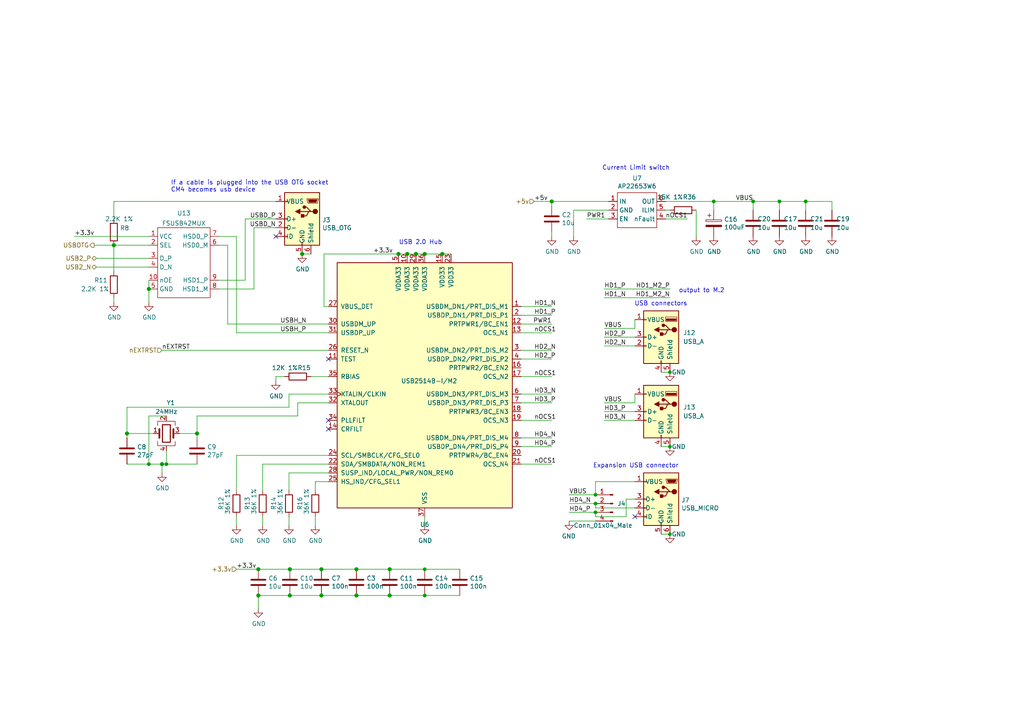
<source format=kicad_sch>
(kicad_sch (version 20220404) (generator eeschema)

  (uuid ae121872-4c9f-495f-b631-8204082b9825)

  (paper "A4")

  (title_block
    (title "Compute Module 4 IO Board - USB")
    (rev "1")
    (company "(c) Raspberry Pi Trading 2020")
    (comment 1 "www.raspberrypi.org")
  )

  (lib_symbols
    (symbol "CM4IO:AP2553W6" (in_bom yes) (on_board yes)
      (property "Reference" "U" (id 0) (at 3.81 -6.35 0)
        (effects (font (size 1.27 1.27)))
      )
      (property "Value" "AP2553W6" (id 1) (at -3.81 -6.35 0)
        (effects (font (size 1.27 1.27)))
      )
      (property "Footprint" "Package_TO_SOT_SMD:SOT-23-6" (id 2) (at 3.81 -6.35 0)
        (effects (font (size 1.27 1.27)) hide)
      )
      (property "Datasheet" "https://www.diodes.com/assets/Datasheets/AP255x.pdf" (id 3) (at 3.81 -6.35 0)
        (effects (font (size 1.27 1.27)) hide)
      )
      (property "Field4" "Digikey" (id 4) (at 0 0 0)
        (effects (font (size 1.27 1.27)) hide)
      )
      (property "Field5" "AP2553W6-7DICT-ND" (id 5) (at 0 0 0)
        (effects (font (size 1.27 1.27)) hide)
      )
      (symbol "AP2553W6_0_0"
        (pin power_in line (at -8.89 2.54 0) (length 2.54)
          (name "IN" (effects (font (size 1.27 1.27))))
          (number "1" (effects (font (size 1.27 1.27))))
        )
        (pin power_out line (at -8.89 0 0) (length 2.54)
          (name "GND" (effects (font (size 1.27 1.27))))
          (number "2" (effects (font (size 1.27 1.27))))
        )
        (pin input line (at -8.89 -2.54 0) (length 2.54)
          (name "EN" (effects (font (size 1.27 1.27))))
          (number "3" (effects (font (size 1.27 1.27))))
        )
        (pin open_collector line (at 7.62 -2.54 180) (length 2.54)
          (name "nFault" (effects (font (size 1.27 1.27))))
          (number "4" (effects (font (size 1.27 1.27))))
        )
        (pin passive line (at 7.62 0 180) (length 2.54)
          (name "ILIM" (effects (font (size 1.27 1.27))))
          (number "5" (effects (font (size 1.27 1.27))))
        )
        (pin power_out line (at 7.62 2.54 180) (length 2.54)
          (name "OUT" (effects (font (size 1.27 1.27))))
          (number "6" (effects (font (size 1.27 1.27))))
        )
      )
      (symbol "AP2553W6_0_1"
        (rectangle (start -6.35 5.08) (end 5.08 -5.08)
          (stroke (width 0) (type default))
          (fill (type none))
        )
      )
    )
    (symbol "CM4IO:FSUSB42MX" (in_bom yes) (on_board yes)
      (property "Reference" "U" (id 0) (at -7.62 20.32 0)
        (effects (font (size 1.27 1.27)))
      )
      (property "Value" "FSUSB42MX" (id 1) (at -2.54 -2.54 0)
        (effects (font (size 1.27 1.27)))
      )
      (property "Footprint" "" (id 2) (at 0 0 0)
        (effects (font (size 1.27 1.27)) hide)
      )
      (property "Datasheet" "" (id 3) (at 0 0 0)
        (effects (font (size 1.27 1.27)) hide)
      )
      (symbol "FSUSB42MX_0_0"
        (pin power_in line (at 8.89 16.51 180) (length 2.54)
          (name "VCC" (effects (font (size 1.27 1.27))))
          (number "1" (effects (font (size 1.27 1.27))))
        )
        (pin input line (at 8.89 3.81 180) (length 2.54)
          (name "nOE" (effects (font (size 1.27 1.27))))
          (number "10" (effects (font (size 1.27 1.27))))
        )
        (pin input line (at 8.89 13.97 180) (length 2.54)
          (name "SEL" (effects (font (size 1.27 1.27))))
          (number "2" (effects (font (size 1.27 1.27))))
        )
        (pin bidirectional line (at 8.89 10.16 180) (length 2.54)
          (name "D_P" (effects (font (size 1.27 1.27))))
          (number "3" (effects (font (size 1.27 1.27))))
        )
        (pin bidirectional line (at 8.89 7.62 180) (length 2.54)
          (name "D_N" (effects (font (size 1.27 1.27))))
          (number "4" (effects (font (size 1.27 1.27))))
        )
        (pin power_in line (at 8.89 1.27 180) (length 2.54)
          (name "GND" (effects (font (size 1.27 1.27))))
          (number "5" (effects (font (size 1.27 1.27))))
        )
        (pin bidirectional line (at -11.43 13.97 0) (length 2.54)
          (name "HSD0_M" (effects (font (size 1.27 1.27))))
          (number "6" (effects (font (size 1.27 1.27))))
        )
        (pin bidirectional line (at -11.43 16.51 0) (length 2.54)
          (name "HSD0_P" (effects (font (size 1.27 1.27))))
          (number "7" (effects (font (size 1.27 1.27))))
        )
        (pin bidirectional line (at -11.43 1.27 0) (length 2.54)
          (name "HSD1_M" (effects (font (size 1.27 1.27))))
          (number "8" (effects (font (size 1.27 1.27))))
        )
        (pin bidirectional line (at -11.43 3.81 0) (length 2.54)
          (name "HSD1_P" (effects (font (size 1.27 1.27))))
          (number "9" (effects (font (size 1.27 1.27))))
        )
      )
      (symbol "FSUSB42MX_0_1"
        (rectangle (start -8.89 19.05) (end 6.35 -1.27)
          (stroke (width 0) (type default))
          (fill (type none))
        )
      )
    )
    (symbol "Connector:Conn_01x04_Male" (pin_names (offset 1.016) hide) (in_bom yes) (on_board yes)
      (property "Reference" "J" (id 0) (at 0 5.08 0)
        (effects (font (size 1.27 1.27)))
      )
      (property "Value" "Conn_01x04_Male" (id 1) (at 0 -7.62 0)
        (effects (font (size 1.27 1.27)))
      )
      (property "Footprint" "" (id 2) (at 0 0 0)
        (effects (font (size 1.27 1.27)) hide)
      )
      (property "Datasheet" "~" (id 3) (at 0 0 0)
        (effects (font (size 1.27 1.27)) hide)
      )
      (property "ki_keywords" "connector" (id 4) (at 0 0 0)
        (effects (font (size 1.27 1.27)) hide)
      )
      (property "ki_description" "Generic connector, single row, 01x04, script generated (kicad-library-utils/schlib/autogen/connector/)" (id 5) (at 0 0 0)
        (effects (font (size 1.27 1.27)) hide)
      )
      (property "ki_fp_filters" "Connector*:*_1x??_*" (id 6) (at 0 0 0)
        (effects (font (size 1.27 1.27)) hide)
      )
      (symbol "Conn_01x04_Male_1_1"
        (polyline
          (pts
            (xy 1.27 -5.08)
            (xy 0.8636 -5.08)
          )
          (stroke (width 0.1524) (type default))
          (fill (type none))
        )
        (polyline
          (pts
            (xy 1.27 -2.54)
            (xy 0.8636 -2.54)
          )
          (stroke (width 0.1524) (type default))
          (fill (type none))
        )
        (polyline
          (pts
            (xy 1.27 0)
            (xy 0.8636 0)
          )
          (stroke (width 0.1524) (type default))
          (fill (type none))
        )
        (polyline
          (pts
            (xy 1.27 2.54)
            (xy 0.8636 2.54)
          )
          (stroke (width 0.1524) (type default))
          (fill (type none))
        )
        (rectangle (start 0.8636 -4.953) (end 0 -5.207)
          (stroke (width 0.1524) (type default))
          (fill (type outline))
        )
        (rectangle (start 0.8636 -2.413) (end 0 -2.667)
          (stroke (width 0.1524) (type default))
          (fill (type outline))
        )
        (rectangle (start 0.8636 0.127) (end 0 -0.127)
          (stroke (width 0.1524) (type default))
          (fill (type outline))
        )
        (rectangle (start 0.8636 2.667) (end 0 2.413)
          (stroke (width 0.1524) (type default))
          (fill (type outline))
        )
        (pin passive line (at 5.08 2.54 180) (length 3.81)
          (name "Pin_1" (effects (font (size 1.27 1.27))))
          (number "1" (effects (font (size 1.27 1.27))))
        )
        (pin passive line (at 5.08 0 180) (length 3.81)
          (name "Pin_2" (effects (font (size 1.27 1.27))))
          (number "2" (effects (font (size 1.27 1.27))))
        )
        (pin passive line (at 5.08 -2.54 180) (length 3.81)
          (name "Pin_3" (effects (font (size 1.27 1.27))))
          (number "3" (effects (font (size 1.27 1.27))))
        )
        (pin passive line (at 5.08 -5.08 180) (length 3.81)
          (name "Pin_4" (effects (font (size 1.27 1.27))))
          (number "4" (effects (font (size 1.27 1.27))))
        )
      )
    )
    (symbol "Connector:USB_A" (pin_names (offset 1.016)) (in_bom yes) (on_board yes)
      (property "Reference" "J" (id 0) (at -5.08 11.43 0)
        (effects (font (size 1.27 1.27)) (justify left))
      )
      (property "Value" "USB_A" (id 1) (at -5.08 8.89 0)
        (effects (font (size 1.27 1.27)) (justify left))
      )
      (property "Footprint" "" (id 2) (at 3.81 -1.27 0)
        (effects (font (size 1.27 1.27)) hide)
      )
      (property "Datasheet" " ~" (id 3) (at 3.81 -1.27 0)
        (effects (font (size 1.27 1.27)) hide)
      )
      (property "ki_keywords" "connector USB" (id 4) (at 0 0 0)
        (effects (font (size 1.27 1.27)) hide)
      )
      (property "ki_description" "USB Type A connector" (id 5) (at 0 0 0)
        (effects (font (size 1.27 1.27)) hide)
      )
      (property "ki_fp_filters" "USB*" (id 6) (at 0 0 0)
        (effects (font (size 1.27 1.27)) hide)
      )
      (symbol "USB_A_0_1"
        (rectangle (start -5.08 -7.62) (end 5.08 7.62)
          (stroke (width 0.254) (type default))
          (fill (type background))
        )
        (circle (center -3.81 2.159) (radius 0.635)
          (stroke (width 0.254) (type default))
          (fill (type outline))
        )
        (rectangle (start -1.524 4.826) (end -4.318 5.334)
          (stroke (width 0) (type default))
          (fill (type outline))
        )
        (rectangle (start -1.27 4.572) (end -4.572 5.842)
          (stroke (width 0) (type default))
          (fill (type none))
        )
        (circle (center -0.635 3.429) (radius 0.381)
          (stroke (width 0.254) (type default))
          (fill (type outline))
        )
        (rectangle (start -0.127 -7.62) (end 0.127 -6.858)
          (stroke (width 0) (type default))
          (fill (type none))
        )
        (polyline
          (pts
            (xy -3.175 2.159)
            (xy -2.54 2.159)
            (xy -1.27 3.429)
            (xy -0.635 3.429)
          )
          (stroke (width 0.254) (type default))
          (fill (type none))
        )
        (polyline
          (pts
            (xy -2.54 2.159)
            (xy -1.905 2.159)
            (xy -1.27 0.889)
            (xy 0 0.889)
          )
          (stroke (width 0.254) (type default))
          (fill (type none))
        )
        (polyline
          (pts
            (xy 0.635 2.794)
            (xy 0.635 1.524)
            (xy 1.905 2.159)
            (xy 0.635 2.794)
          )
          (stroke (width 0.254) (type default))
          (fill (type outline))
        )
        (rectangle (start 0.254 1.27) (end -0.508 0.508)
          (stroke (width 0.254) (type default))
          (fill (type outline))
        )
        (rectangle (start 5.08 -2.667) (end 4.318 -2.413)
          (stroke (width 0) (type default))
          (fill (type none))
        )
        (rectangle (start 5.08 -0.127) (end 4.318 0.127)
          (stroke (width 0) (type default))
          (fill (type none))
        )
        (rectangle (start 5.08 4.953) (end 4.318 5.207)
          (stroke (width 0) (type default))
          (fill (type none))
        )
      )
      (symbol "USB_A_1_1"
        (polyline
          (pts
            (xy -1.905 2.159)
            (xy 0.635 2.159)
          )
          (stroke (width 0.254) (type default))
          (fill (type none))
        )
        (pin power_in line (at 7.62 5.08 180) (length 2.54)
          (name "VBUS" (effects (font (size 1.27 1.27))))
          (number "1" (effects (font (size 1.27 1.27))))
        )
        (pin bidirectional line (at 7.62 -2.54 180) (length 2.54)
          (name "D-" (effects (font (size 1.27 1.27))))
          (number "2" (effects (font (size 1.27 1.27))))
        )
        (pin bidirectional line (at 7.62 0 180) (length 2.54)
          (name "D+" (effects (font (size 1.27 1.27))))
          (number "3" (effects (font (size 1.27 1.27))))
        )
        (pin power_in line (at 0 -10.16 90) (length 2.54)
          (name "GND" (effects (font (size 1.27 1.27))))
          (number "4" (effects (font (size 1.27 1.27))))
        )
        (pin passive line (at -2.54 -10.16 90) (length 2.54)
          (name "Shield" (effects (font (size 1.27 1.27))))
          (number "5" (effects (font (size 1.27 1.27))))
        )
      )
    )
    (symbol "Connector:USB_OTG" (in_bom yes) (on_board yes)
      (property "Reference" "J" (id 0) (at -5.08 11.43 0)
        (effects (font (size 1.27 1.27)) (justify left))
      )
      (property "Value" "USB_OTG" (id 1) (at -5.08 8.89 0)
        (effects (font (size 1.27 1.27)) (justify left))
      )
      (property "Footprint" "" (id 2) (at 3.81 -1.27 0)
        (effects (font (size 1.27 1.27)) hide)
      )
      (property "Datasheet" " ~" (id 3) (at 3.81 -1.27 0)
        (effects (font (size 1.27 1.27)) hide)
      )
      (property "ki_keywords" "connector USB" (id 4) (at 0 0 0)
        (effects (font (size 1.27 1.27)) hide)
      )
      (property "ki_description" "USB mini/micro connector" (id 5) (at 0 0 0)
        (effects (font (size 1.27 1.27)) hide)
      )
      (property "ki_fp_filters" "USB*" (id 6) (at 0 0 0)
        (effects (font (size 1.27 1.27)) hide)
      )
      (symbol "USB_OTG_0_1"
        (rectangle (start -5.08 -7.62) (end 5.08 7.62)
          (stroke (width 0.254) (type default))
          (fill (type background))
        )
        (circle (center -3.81 2.159) (radius 0.635)
          (stroke (width 0.254) (type default))
          (fill (type outline))
        )
        (circle (center -0.635 3.429) (radius 0.381)
          (stroke (width 0.254) (type default))
          (fill (type outline))
        )
        (rectangle (start -0.127 -7.62) (end 0.127 -6.858)
          (stroke (width 0) (type default))
          (fill (type none))
        )
        (polyline
          (pts
            (xy -1.905 2.159)
            (xy 0.635 2.159)
          )
          (stroke (width 0.254) (type default))
          (fill (type none))
        )
        (polyline
          (pts
            (xy -3.175 2.159)
            (xy -2.54 2.159)
            (xy -1.27 3.429)
            (xy -0.635 3.429)
          )
          (stroke (width 0.254) (type default))
          (fill (type none))
        )
        (polyline
          (pts
            (xy -2.54 2.159)
            (xy -1.905 2.159)
            (xy -1.27 0.889)
            (xy 0 0.889)
          )
          (stroke (width 0.254) (type default))
          (fill (type none))
        )
        (polyline
          (pts
            (xy 0.635 2.794)
            (xy 0.635 1.524)
            (xy 1.905 2.159)
            (xy 0.635 2.794)
          )
          (stroke (width 0.254) (type default))
          (fill (type outline))
        )
        (polyline
          (pts
            (xy -4.318 5.588)
            (xy -1.778 5.588)
            (xy -2.032 4.826)
            (xy -4.064 4.826)
            (xy -4.318 5.588)
          )
          (stroke (width 0) (type default))
          (fill (type outline))
        )
        (polyline
          (pts
            (xy -4.699 5.842)
            (xy -4.699 5.588)
            (xy -4.445 4.826)
            (xy -4.445 4.572)
            (xy -1.651 4.572)
            (xy -1.651 4.826)
            (xy -1.397 5.588)
            (xy -1.397 5.842)
            (xy -4.699 5.842)
          )
          (stroke (width 0) (type default))
          (fill (type none))
        )
        (rectangle (start 0.254 1.27) (end -0.508 0.508)
          (stroke (width 0.254) (type default))
          (fill (type outline))
        )
        (rectangle (start 5.08 -5.207) (end 4.318 -4.953)
          (stroke (width 0) (type default))
          (fill (type none))
        )
        (rectangle (start 5.08 -2.667) (end 4.318 -2.413)
          (stroke (width 0) (type default))
          (fill (type none))
        )
        (rectangle (start 5.08 -0.127) (end 4.318 0.127)
          (stroke (width 0) (type default))
          (fill (type none))
        )
        (rectangle (start 5.08 4.953) (end 4.318 5.207)
          (stroke (width 0) (type default))
          (fill (type none))
        )
      )
      (symbol "USB_OTG_1_1"
        (pin power_in line (at 7.62 5.08 180) (length 2.54)
          (name "VBUS" (effects (font (size 1.27 1.27))))
          (number "1" (effects (font (size 1.27 1.27))))
        )
        (pin passive line (at 7.62 -2.54 180) (length 2.54)
          (name "D-" (effects (font (size 1.27 1.27))))
          (number "2" (effects (font (size 1.27 1.27))))
        )
        (pin passive line (at 7.62 0 180) (length 2.54)
          (name "D+" (effects (font (size 1.27 1.27))))
          (number "3" (effects (font (size 1.27 1.27))))
        )
        (pin passive line (at 7.62 -5.08 180) (length 2.54)
          (name "ID" (effects (font (size 1.27 1.27))))
          (number "4" (effects (font (size 1.27 1.27))))
        )
        (pin power_in line (at 0 -10.16 90) (length 2.54)
          (name "GND" (effects (font (size 1.27 1.27))))
          (number "5" (effects (font (size 1.27 1.27))))
        )
        (pin passive line (at -2.54 -10.16 90) (length 2.54)
          (name "Shield" (effects (font (size 1.27 1.27))))
          (number "6" (effects (font (size 1.27 1.27))))
        )
      )
    )
    (symbol "Device:C" (pin_numbers hide) (pin_names (offset 0.254)) (in_bom yes) (on_board yes)
      (property "Reference" "C" (id 0) (at 0.635 2.54 0)
        (effects (font (size 1.27 1.27)) (justify left))
      )
      (property "Value" "C" (id 1) (at 0.635 -2.54 0)
        (effects (font (size 1.27 1.27)) (justify left))
      )
      (property "Footprint" "" (id 2) (at 0.9652 -3.81 0)
        (effects (font (size 1.27 1.27)) hide)
      )
      (property "Datasheet" "~" (id 3) (at 0 0 0)
        (effects (font (size 1.27 1.27)) hide)
      )
      (property "ki_keywords" "cap capacitor" (id 4) (at 0 0 0)
        (effects (font (size 1.27 1.27)) hide)
      )
      (property "ki_description" "Unpolarized capacitor" (id 5) (at 0 0 0)
        (effects (font (size 1.27 1.27)) hide)
      )
      (property "ki_fp_filters" "C_*" (id 6) (at 0 0 0)
        (effects (font (size 1.27 1.27)) hide)
      )
      (symbol "C_0_1"
        (polyline
          (pts
            (xy -2.032 -0.762)
            (xy 2.032 -0.762)
          )
          (stroke (width 0.508) (type default))
          (fill (type none))
        )
        (polyline
          (pts
            (xy -2.032 0.762)
            (xy 2.032 0.762)
          )
          (stroke (width 0.508) (type default))
          (fill (type none))
        )
      )
      (symbol "C_1_1"
        (pin passive line (at 0 3.81 270) (length 2.794)
          (name "~" (effects (font (size 1.27 1.27))))
          (number "1" (effects (font (size 1.27 1.27))))
        )
        (pin passive line (at 0 -3.81 90) (length 2.794)
          (name "~" (effects (font (size 1.27 1.27))))
          (number "2" (effects (font (size 1.27 1.27))))
        )
      )
    )
    (symbol "Device:CP" (pin_numbers hide) (pin_names (offset 0.254)) (in_bom yes) (on_board yes)
      (property "Reference" "C" (id 0) (at 0.635 2.54 0)
        (effects (font (size 1.27 1.27)) (justify left))
      )
      (property "Value" "CP" (id 1) (at 0.635 -2.54 0)
        (effects (font (size 1.27 1.27)) (justify left))
      )
      (property "Footprint" "" (id 2) (at 0.9652 -3.81 0)
        (effects (font (size 1.27 1.27)) hide)
      )
      (property "Datasheet" "~" (id 3) (at 0 0 0)
        (effects (font (size 1.27 1.27)) hide)
      )
      (property "ki_keywords" "cap capacitor" (id 4) (at 0 0 0)
        (effects (font (size 1.27 1.27)) hide)
      )
      (property "ki_description" "Polarized capacitor" (id 5) (at 0 0 0)
        (effects (font (size 1.27 1.27)) hide)
      )
      (property "ki_fp_filters" "CP_*" (id 6) (at 0 0 0)
        (effects (font (size 1.27 1.27)) hide)
      )
      (symbol "CP_0_1"
        (rectangle (start -2.286 0.508) (end 2.286 1.016)
          (stroke (width 0) (type default))
          (fill (type none))
        )
        (polyline
          (pts
            (xy -1.778 2.286)
            (xy -0.762 2.286)
          )
          (stroke (width 0) (type default))
          (fill (type none))
        )
        (polyline
          (pts
            (xy -1.27 2.794)
            (xy -1.27 1.778)
          )
          (stroke (width 0) (type default))
          (fill (type none))
        )
        (rectangle (start 2.286 -0.508) (end -2.286 -1.016)
          (stroke (width 0) (type default))
          (fill (type outline))
        )
      )
      (symbol "CP_1_1"
        (pin passive line (at 0 3.81 270) (length 2.794)
          (name "~" (effects (font (size 1.27 1.27))))
          (number "1" (effects (font (size 1.27 1.27))))
        )
        (pin passive line (at 0 -3.81 90) (length 2.794)
          (name "~" (effects (font (size 1.27 1.27))))
          (number "2" (effects (font (size 1.27 1.27))))
        )
      )
    )
    (symbol "Device:Crystal_GND24" (pin_names (offset 1.016) hide) (in_bom yes) (on_board yes)
      (property "Reference" "Y" (id 0) (at 3.175 5.08 0)
        (effects (font (size 1.27 1.27)) (justify left))
      )
      (property "Value" "Crystal_GND24" (id 1) (at 3.175 3.175 0)
        (effects (font (size 1.27 1.27)) (justify left))
      )
      (property "Footprint" "" (id 2) (at 0 0 0)
        (effects (font (size 1.27 1.27)) hide)
      )
      (property "Datasheet" "~" (id 3) (at 0 0 0)
        (effects (font (size 1.27 1.27)) hide)
      )
      (property "ki_keywords" "quartz ceramic resonator oscillator" (id 4) (at 0 0 0)
        (effects (font (size 1.27 1.27)) hide)
      )
      (property "ki_description" "Four pin crystal, GND on pins 2 and 4" (id 5) (at 0 0 0)
        (effects (font (size 1.27 1.27)) hide)
      )
      (property "ki_fp_filters" "Crystal*" (id 6) (at 0 0 0)
        (effects (font (size 1.27 1.27)) hide)
      )
      (symbol "Crystal_GND24_0_1"
        (rectangle (start -1.143 2.54) (end 1.143 -2.54)
          (stroke (width 0.3048) (type default))
          (fill (type none))
        )
        (polyline
          (pts
            (xy -2.54 0)
            (xy -2.032 0)
          )
          (stroke (width 0) (type default))
          (fill (type none))
        )
        (polyline
          (pts
            (xy -2.032 -1.27)
            (xy -2.032 1.27)
          )
          (stroke (width 0.508) (type default))
          (fill (type none))
        )
        (polyline
          (pts
            (xy 0 -3.81)
            (xy 0 -3.556)
          )
          (stroke (width 0) (type default))
          (fill (type none))
        )
        (polyline
          (pts
            (xy 0 3.556)
            (xy 0 3.81)
          )
          (stroke (width 0) (type default))
          (fill (type none))
        )
        (polyline
          (pts
            (xy 2.032 -1.27)
            (xy 2.032 1.27)
          )
          (stroke (width 0.508) (type default))
          (fill (type none))
        )
        (polyline
          (pts
            (xy 2.032 0)
            (xy 2.54 0)
          )
          (stroke (width 0) (type default))
          (fill (type none))
        )
        (polyline
          (pts
            (xy -2.54 -2.286)
            (xy -2.54 -3.556)
            (xy 2.54 -3.556)
            (xy 2.54 -2.286)
          )
          (stroke (width 0) (type default))
          (fill (type none))
        )
        (polyline
          (pts
            (xy -2.54 2.286)
            (xy -2.54 3.556)
            (xy 2.54 3.556)
            (xy 2.54 2.286)
          )
          (stroke (width 0) (type default))
          (fill (type none))
        )
      )
      (symbol "Crystal_GND24_1_1"
        (pin passive line (at -3.81 0 0) (length 1.27)
          (name "1" (effects (font (size 1.27 1.27))))
          (number "1" (effects (font (size 1.27 1.27))))
        )
        (pin passive line (at 0 5.08 270) (length 1.27)
          (name "2" (effects (font (size 1.27 1.27))))
          (number "2" (effects (font (size 1.27 1.27))))
        )
        (pin passive line (at 3.81 0 180) (length 1.27)
          (name "3" (effects (font (size 1.27 1.27))))
          (number "3" (effects (font (size 1.27 1.27))))
        )
        (pin passive line (at 0 -5.08 90) (length 1.27)
          (name "4" (effects (font (size 1.27 1.27))))
          (number "4" (effects (font (size 1.27 1.27))))
        )
      )
    )
    (symbol "Device:R" (pin_numbers hide) (pin_names (offset 0)) (in_bom yes) (on_board yes)
      (property "Reference" "R" (id 0) (at 2.032 0 90)
        (effects (font (size 1.27 1.27)))
      )
      (property "Value" "R" (id 1) (at 0 0 90)
        (effects (font (size 1.27 1.27)))
      )
      (property "Footprint" "" (id 2) (at -1.778 0 90)
        (effects (font (size 1.27 1.27)) hide)
      )
      (property "Datasheet" "~" (id 3) (at 0 0 0)
        (effects (font (size 1.27 1.27)) hide)
      )
      (property "ki_keywords" "R res resistor" (id 4) (at 0 0 0)
        (effects (font (size 1.27 1.27)) hide)
      )
      (property "ki_description" "Resistor" (id 5) (at 0 0 0)
        (effects (font (size 1.27 1.27)) hide)
      )
      (property "ki_fp_filters" "R_*" (id 6) (at 0 0 0)
        (effects (font (size 1.27 1.27)) hide)
      )
      (symbol "R_0_1"
        (rectangle (start -1.016 -2.54) (end 1.016 2.54)
          (stroke (width 0.254) (type default))
          (fill (type none))
        )
      )
      (symbol "R_1_1"
        (pin passive line (at 0 3.81 270) (length 1.27)
          (name "~" (effects (font (size 1.27 1.27))))
          (number "1" (effects (font (size 1.27 1.27))))
        )
        (pin passive line (at 0 -3.81 90) (length 1.27)
          (name "~" (effects (font (size 1.27 1.27))))
          (number "2" (effects (font (size 1.27 1.27))))
        )
      )
    )
    (symbol "Interface_USB:USB2514B_Bi" (pin_names (offset 1.016)) (in_bom yes) (on_board yes)
      (property "Reference" "U" (id 0) (at -17.78 40.64 0)
        (effects (font (size 1.27 1.27)))
      )
      (property "Value" "USB2514B_Bi" (id 1) (at -20.32 38.1 0)
        (effects (font (size 1.27 1.27)))
      )
      (property "Footprint" "Package_DFN_QFN:QFN-36-1EP_6x6mm_P0.5mm_EP3.7x3.7mm" (id 2) (at 33.02 -38.1 0)
        (effects (font (size 1.27 1.27)) hide)
      )
      (property "Datasheet" "http://ww1.microchip.com/downloads/en/DeviceDoc/00001692C.pdf" (id 3) (at 40.64 -40.64 0)
        (effects (font (size 1.27 1.27)) hide)
      )
      (property "ki_keywords" "USB2.0 Hi-Speed-USB-Hub Hub-Controller" (id 4) (at 0 0 0)
        (effects (font (size 1.27 1.27)) hide)
      )
      (property "ki_description" "USB 2.0 Hi-Speed Hub Controller" (id 5) (at 0 0 0)
        (effects (font (size 1.27 1.27)) hide)
      )
      (property "ki_fp_filters" "QFN*6x6mm*P0.5mm*" (id 6) (at 0 0 0)
        (effects (font (size 1.27 1.27)) hide)
      )
      (symbol "USB2514B_Bi_0_1"
        (rectangle (start -25.4 35.56) (end 25.4 -35.56)
          (stroke (width 0.254) (type default))
          (fill (type background))
        )
      )
      (symbol "USB2514B_Bi_1_1"
        (pin bidirectional line (at 27.94 22.86 180) (length 2.54)
          (name "USBDM_DN1/PRT_DIS_M1" (effects (font (size 1.27 1.27))))
          (number "1" (effects (font (size 1.27 1.27))))
        )
        (pin power_in line (at -5.08 38.1 270) (length 2.54)
          (name "VDDA33" (effects (font (size 1.27 1.27))))
          (number "10" (effects (font (size 1.27 1.27))))
        )
        (pin input line (at -27.94 7.62 0) (length 2.54)
          (name "TEST" (effects (font (size 1.27 1.27))))
          (number "11" (effects (font (size 1.27 1.27))))
        )
        (pin bidirectional line (at 27.94 17.78 180) (length 2.54)
          (name "PRTPWR1/BC_EN1" (effects (font (size 1.27 1.27))))
          (number "12" (effects (font (size 1.27 1.27))))
        )
        (pin input line (at 27.94 15.24 180) (length 2.54)
          (name "OCS_N1" (effects (font (size 1.27 1.27))))
          (number "13" (effects (font (size 1.27 1.27))))
        )
        (pin input line (at -27.94 -12.7 0) (length 2.54)
          (name "CRFILT" (effects (font (size 1.27 1.27))))
          (number "14" (effects (font (size 1.27 1.27))))
        )
        (pin power_in line (at 5.08 38.1 270) (length 2.54)
          (name "VDD33" (effects (font (size 1.27 1.27))))
          (number "15" (effects (font (size 1.27 1.27))))
        )
        (pin bidirectional line (at 27.94 5.08 180) (length 2.54)
          (name "PRTPWR2/BC_EN2" (effects (font (size 1.27 1.27))))
          (number "16" (effects (font (size 1.27 1.27))))
        )
        (pin input line (at 27.94 2.54 180) (length 2.54)
          (name "OCS_N2" (effects (font (size 1.27 1.27))))
          (number "17" (effects (font (size 1.27 1.27))))
        )
        (pin bidirectional line (at 27.94 -7.62 180) (length 2.54)
          (name "PRTPWR3/BC_EN3" (effects (font (size 1.27 1.27))))
          (number "18" (effects (font (size 1.27 1.27))))
        )
        (pin input line (at 27.94 -10.16 180) (length 2.54)
          (name "OCS_N3" (effects (font (size 1.27 1.27))))
          (number "19" (effects (font (size 1.27 1.27))))
        )
        (pin bidirectional line (at 27.94 20.32 180) (length 2.54)
          (name "USBDP_DN1/PRT_DIS_P1" (effects (font (size 1.27 1.27))))
          (number "2" (effects (font (size 1.27 1.27))))
        )
        (pin bidirectional line (at 27.94 -20.32 180) (length 2.54)
          (name "PRTPWR4/BC_EN4" (effects (font (size 1.27 1.27))))
          (number "20" (effects (font (size 1.27 1.27))))
        )
        (pin input line (at 27.94 -22.86 180) (length 2.54)
          (name "OCS_N4" (effects (font (size 1.27 1.27))))
          (number "21" (effects (font (size 1.27 1.27))))
        )
        (pin bidirectional line (at -27.94 -22.86 0) (length 2.54)
          (name "SDA/SMBDATA/NON_REM1" (effects (font (size 1.27 1.27))))
          (number "22" (effects (font (size 1.27 1.27))))
        )
        (pin power_in line (at 7.62 38.1 270) (length 2.54)
          (name "VDD33" (effects (font (size 1.27 1.27))))
          (number "23" (effects (font (size 1.27 1.27))))
        )
        (pin bidirectional line (at -27.94 -20.32 0) (length 2.54)
          (name "SCL/SMBCLK/CFG_SEL0" (effects (font (size 1.27 1.27))))
          (number "24" (effects (font (size 1.27 1.27))))
        )
        (pin bidirectional line (at -27.94 -27.94 0) (length 2.54)
          (name "HS_IND/CFG_SEL1" (effects (font (size 1.27 1.27))))
          (number "25" (effects (font (size 1.27 1.27))))
        )
        (pin input line (at -27.94 10.16 0) (length 2.54)
          (name "RESET_N" (effects (font (size 1.27 1.27))))
          (number "26" (effects (font (size 1.27 1.27))))
        )
        (pin input line (at -27.94 22.86 0) (length 2.54)
          (name "VBUS_DET" (effects (font (size 1.27 1.27))))
          (number "27" (effects (font (size 1.27 1.27))))
        )
        (pin bidirectional line (at -27.94 -25.4 0) (length 2.54)
          (name "SUSP_IND/LOCAL_PWR/NON_REM0" (effects (font (size 1.27 1.27))))
          (number "28" (effects (font (size 1.27 1.27))))
        )
        (pin power_in line (at -2.54 38.1 270) (length 2.54)
          (name "VDDA33" (effects (font (size 1.27 1.27))))
          (number "29" (effects (font (size 1.27 1.27))))
        )
        (pin bidirectional line (at 27.94 10.16 180) (length 2.54)
          (name "USBDM_DN2/PRT_DIS_M2" (effects (font (size 1.27 1.27))))
          (number "3" (effects (font (size 1.27 1.27))))
        )
        (pin bidirectional line (at -27.94 17.78 0) (length 2.54)
          (name "USBDM_UP" (effects (font (size 1.27 1.27))))
          (number "30" (effects (font (size 1.27 1.27))))
        )
        (pin bidirectional line (at -27.94 15.24 0) (length 2.54)
          (name "USBDP_UP" (effects (font (size 1.27 1.27))))
          (number "31" (effects (font (size 1.27 1.27))))
        )
        (pin output line (at -27.94 -5.08 0) (length 2.54)
          (name "XTALOUT" (effects (font (size 1.27 1.27))))
          (number "32" (effects (font (size 1.27 1.27))))
        )
        (pin input clock (at -27.94 -2.54 0) (length 2.54)
          (name "XTALIN/CLKIN" (effects (font (size 1.27 1.27))))
          (number "33" (effects (font (size 1.27 1.27))))
        )
        (pin input line (at -27.94 -10.16 0) (length 2.54)
          (name "PLLFILT" (effects (font (size 1.27 1.27))))
          (number "34" (effects (font (size 1.27 1.27))))
        )
        (pin input line (at -27.94 2.54 0) (length 2.54)
          (name "RBIAS" (effects (font (size 1.27 1.27))))
          (number "35" (effects (font (size 1.27 1.27))))
        )
        (pin power_in line (at 0 38.1 270) (length 2.54)
          (name "VDDA33" (effects (font (size 1.27 1.27))))
          (number "36" (effects (font (size 1.27 1.27))))
        )
        (pin power_in line (at 0 -38.1 90) (length 2.54)
          (name "VSS" (effects (font (size 1.27 1.27))))
          (number "37" (effects (font (size 1.27 1.27))))
        )
        (pin bidirectional line (at 27.94 7.62 180) (length 2.54)
          (name "USBDP_DN2/PRT_DIS_P2" (effects (font (size 1.27 1.27))))
          (number "4" (effects (font (size 1.27 1.27))))
        )
        (pin power_in line (at -7.62 38.1 270) (length 2.54)
          (name "VDDA33" (effects (font (size 1.27 1.27))))
          (number "5" (effects (font (size 1.27 1.27))))
        )
        (pin bidirectional line (at 27.94 -2.54 180) (length 2.54)
          (name "USBDM_DN3/PRT_DIS_M3" (effects (font (size 1.27 1.27))))
          (number "6" (effects (font (size 1.27 1.27))))
        )
        (pin bidirectional line (at 27.94 -5.08 180) (length 2.54)
          (name "USBDP_DN3/PRT_DIS_P3" (effects (font (size 1.27 1.27))))
          (number "7" (effects (font (size 1.27 1.27))))
        )
        (pin bidirectional line (at 27.94 -15.24 180) (length 2.54)
          (name "USBDM_DN4/PRT_DIS_M4" (effects (font (size 1.27 1.27))))
          (number "8" (effects (font (size 1.27 1.27))))
        )
        (pin bidirectional line (at 27.94 -17.78 180) (length 2.54)
          (name "USBDP_DN4/PRT_DIS_P4" (effects (font (size 1.27 1.27))))
          (number "9" (effects (font (size 1.27 1.27))))
        )
      )
    )
    (symbol "power:GND" (power) (pin_names (offset 0)) (in_bom yes) (on_board yes)
      (property "Reference" "#PWR" (id 0) (at 0 -6.35 0)
        (effects (font (size 1.27 1.27)) hide)
      )
      (property "Value" "GND" (id 1) (at 0 -3.81 0)
        (effects (font (size 1.27 1.27)))
      )
      (property "Footprint" "" (id 2) (at 0 0 0)
        (effects (font (size 1.27 1.27)) hide)
      )
      (property "Datasheet" "" (id 3) (at 0 0 0)
        (effects (font (size 1.27 1.27)) hide)
      )
      (property "ki_keywords" "power-flag" (id 4) (at 0 0 0)
        (effects (font (size 1.27 1.27)) hide)
      )
      (property "ki_description" "Power symbol creates a global label with name \"GND\" , ground" (id 5) (at 0 0 0)
        (effects (font (size 1.27 1.27)) hide)
      )
      (symbol "GND_0_1"
        (polyline
          (pts
            (xy 0 0)
            (xy 0 -1.27)
            (xy 1.27 -1.27)
            (xy 0 -2.54)
            (xy -1.27 -1.27)
            (xy 0 -1.27)
          )
          (stroke (width 0) (type default))
          (fill (type none))
        )
      )
      (symbol "GND_1_1"
        (pin power_in line (at 0 0 270) (length 0) hide
          (name "GND" (effects (font (size 1.27 1.27))))
          (number "1" (effects (font (size 1.27 1.27))))
        )
      )
    )
  )

  (junction (at 123.19 172.72) (diameter 0) (color 0 0 0 0)
    (uuid 01c130b9-bf3c-4a57-b23a-9844a4f6d0f3)
  )
  (junction (at 218.44 58.42) (diameter 0) (color 0 0 0 0)
    (uuid 0c97101e-20b7-4eb0-9645-aa29374f8405)
  )
  (junction (at 113.03 165.1) (diameter 1.016) (color 0 0 0 0)
    (uuid 1b27d1c8-f65f-4837-ac2a-4472d56cd4ff)
  )
  (junction (at 128.27 73.66) (diameter 1.016) (color 0 0 0 0)
    (uuid 1fad9050-55c5-4235-9608-ea9460329cdb)
  )
  (junction (at 84.074 165.1) (diameter 1.016) (color 0 0 0 0)
    (uuid 22b36c73-46e7-4496-8b98-f69a5955de22)
  )
  (junction (at 172.72 143.51) (diameter 0) (color 0 0 0 0)
    (uuid 28a18180-0d8b-4f6d-981a-fe5341c0fedf)
  )
  (junction (at 93.218 172.72) (diameter 1.016) (color 0 0 0 0)
    (uuid 2c08dad7-0b97-4355-8528-fd74d397da31)
  )
  (junction (at 74.93 165.1) (diameter 1.016) (color 0 0 0 0)
    (uuid 3fb2e8e3-7579-49ea-8f1f-0415e04bfd8d)
  )
  (junction (at 57.15 125.73) (diameter 1.016) (color 0 0 0 0)
    (uuid 4208e0be-10e2-4b80-a414-1519879271b4)
  )
  (junction (at 120.65 73.66) (diameter 1.016) (color 0 0 0 0)
    (uuid 43bdf38e-b010-49fa-901f-90246bfdfc87)
  )
  (junction (at 160.02 58.42) (diameter 1.016) (color 0 0 0 0)
    (uuid 4406c962-ad4e-4078-b602-6c519257203f)
  )
  (junction (at 207.01 58.42) (diameter 0) (color 0 0 0 0)
    (uuid 4fa07b05-b4b7-4e87-be7b-d09541c7b7f7)
  )
  (junction (at 48.26 134.62) (diameter 0) (color 0 0 0 0)
    (uuid 4fca3909-6945-471e-a756-7487bddb35c2)
  )
  (junction (at 87.63 73.66) (diameter 1.016) (color 0 0 0 0)
    (uuid 51520694-f144-46ec-abc9-3b4b099a121b)
  )
  (junction (at 74.93 172.72) (diameter 1.016) (color 0 0 0 0)
    (uuid 56de11c8-54d5-46a3-86f3-42d9503bfc91)
  )
  (junction (at 194.31 129.54) (diameter 0) (color 0 0 0 0)
    (uuid 596895a7-43de-4e34-a2c7-db3c429d9629)
  )
  (junction (at 46.99 134.62) (diameter 1.016) (color 0 0 0 0)
    (uuid 5df1d574-4ca4-471a-801a-bb2b89833513)
  )
  (junction (at 43.18 134.62) (diameter 0) (color 0 0 0 0)
    (uuid 62264ee2-b592-46e7-96e5-27733fde9c1a)
  )
  (junction (at 226.06 58.42) (diameter 0) (color 0 0 0 0)
    (uuid 63ddb513-c5e4-4c73-b647-1e41134208a0)
  )
  (junction (at 84.074 172.72) (diameter 1.016) (color 0 0 0 0)
    (uuid 658cbe5a-e7f5-4f80-bc14-54c2ecfeca7c)
  )
  (junction (at 233.68 58.42) (diameter 0) (color 0 0 0 0)
    (uuid 67a25358-5e6c-4a78-b719-1a280513e447)
  )
  (junction (at 115.57 73.66) (diameter 1.016) (color 0 0 0 0)
    (uuid 6ec4beb8-dbfb-4b48-921c-f98b9d0706b5)
  )
  (junction (at 123.19 165.1) (diameter 0) (color 0 0 0 0)
    (uuid 7ab613f7-a37c-4d1b-a603-6eae3ebdf76a)
  )
  (junction (at 36.83 125.73) (diameter 1.016) (color 0 0 0 0)
    (uuid 7f5c5a33-bffa-44be-b723-f59e60ea9e4b)
  )
  (junction (at 43.18 83.82) (diameter 1.016) (color 0 0 0 0)
    (uuid 806b945e-fc59-4641-ae29-5257d31d3d70)
  )
  (junction (at 172.72 146.05) (diameter 0) (color 0 0 0 0)
    (uuid 81093b79-f487-41b7-9dd6-8f2a981db488)
  )
  (junction (at 93.218 165.1) (diameter 1.016) (color 0 0 0 0)
    (uuid 8198e596-d523-4ba3-91d9-8f9c41f56b37)
  )
  (junction (at 194.31 154.94) (diameter 0) (color 0 0 0 0)
    (uuid 9ceb7582-ef85-4b67-a306-917666fdf128)
  )
  (junction (at 103.378 165.1) (diameter 1.016) (color 0 0 0 0)
    (uuid a881fee1-2247-4b84-acc6-5a7e843e2ba6)
  )
  (junction (at 123.19 73.66) (diameter 1.016) (color 0 0 0 0)
    (uuid b55f6fd6-b5a9-46c1-9ccf-a9b9dbedb0ae)
  )
  (junction (at 33.02 71.12) (diameter 1.016) (color 0 0 0 0)
    (uuid c21b20df-9e93-4f8b-bf07-89242b210ced)
  )
  (junction (at 103.378 172.72) (diameter 1.016) (color 0 0 0 0)
    (uuid c623739f-e556-4bf3-bf0d-ea8f14f7750e)
  )
  (junction (at 118.11 73.66) (diameter 1.016) (color 0 0 0 0)
    (uuid d75bbaff-de62-4f47-b2c1-42ba1e99da40)
  )
  (junction (at 194.31 107.95) (diameter 0) (color 0 0 0 0)
    (uuid e07c4458-9b57-4e5b-8a63-7cf09e10e52e)
  )
  (junction (at 113.03 172.72) (diameter 1.016) (color 0 0 0 0)
    (uuid e7cc72e9-2528-4173-ac91-2a1600dc3104)
  )
  (junction (at 172.72 148.59) (diameter 0) (color 0 0 0 0)
    (uuid f7ae679b-b994-4a0c-8c52-e76c4187442c)
  )

  (no_connect (at 95.25 121.92) (uuid 5b176ccc-587a-4308-8c95-991bd5be9b68))
  (no_connect (at 95.25 124.46) (uuid 6832f754-a6e6-478a-bd86-858502b6adf6))
  (no_connect (at 184.15 149.86) (uuid 86ec7b89-254a-41a9-b6a0-d78a115797fe))
  (no_connect (at 95.25 104.14) (uuid 9da855b0-f953-4d94-ac15-68c62fcf943f))
  (no_connect (at 80.01 68.58) (uuid ae2d78ff-28fa-4915-bc4e-446da5c863a6))

  (wire (pts (xy 68.58 132.08) (xy 95.25 132.08))
    (stroke (width 0) (type solid))
    (uuid 0270c5c4-c68e-47b7-a6f1-50651981be2d)
  )
  (wire (pts (xy 86.36 120.65) (xy 57.15 120.65))
    (stroke (width 0) (type solid))
    (uuid 065bbab7-8db3-4432-af94-d82301097bd8)
  )
  (wire (pts (xy 91.44 149.86) (xy 91.44 152.4))
    (stroke (width 0) (type solid))
    (uuid 0887e962-8f08-410d-9589-9308e22a7936)
  )
  (wire (pts (xy 184.15 92.71) (xy 184.15 95.25))
    (stroke (width 0) (type default))
    (uuid 094febb7-5d8f-4fac-b06a-a79cb60eb830)
  )
  (wire (pts (xy 63.5 83.82) (xy 73.66 83.82))
    (stroke (width 0) (type solid))
    (uuid 09ab9b2a-26ef-4942-ba61-f8a6673867aa)
  )
  (wire (pts (xy 193.04 58.42) (xy 207.01 58.42))
    (stroke (width 0) (type solid))
    (uuid 0bc86cc1-c86c-41e0-9315-281c18af05f0)
  )
  (wire (pts (xy 160.02 59.69) (xy 160.02 58.42))
    (stroke (width 0) (type solid))
    (uuid 0ea296d6-5875-4618-860c-bfe68796f5b4)
  )
  (wire (pts (xy 181.61 144.78) (xy 184.15 144.78))
    (stroke (width 0) (type default))
    (uuid 14ea77ea-e5f8-4f5b-b39f-e8957593957f)
  )
  (wire (pts (xy 83.82 142.24) (xy 83.82 137.16))
    (stroke (width 0) (type solid))
    (uuid 150efa79-228d-47e2-89bf-fd8363924d0f)
  )
  (wire (pts (xy 93.98 88.9) (xy 93.98 73.66))
    (stroke (width 0) (type solid))
    (uuid 159574a9-ecec-48bb-adb0-3dc9e65d4e79)
  )
  (wire (pts (xy 123.19 172.72) (xy 133.35 172.72))
    (stroke (width 0) (type solid))
    (uuid 15adc603-8b0c-4505-bff9-f3ccffc2916c)
  )
  (wire (pts (xy 123.19 165.1) (xy 133.35 165.1))
    (stroke (width 0) (type default))
    (uuid 1622e3d1-6c3a-4fdd-a9c6-b0bd7a59d8a6)
  )
  (wire (pts (xy 172.72 147.32) (xy 184.15 147.32))
    (stroke (width 0) (type default))
    (uuid 1656e52f-06e8-4ce9-ba32-e608e4a28cec)
  )
  (wire (pts (xy 43.18 134.62) (xy 46.99 134.62))
    (stroke (width 0) (type solid))
    (uuid 18525414-1d26-42cc-9f5e-363d20c52c5a)
  )
  (wire (pts (xy 165.1 148.59) (xy 172.72 148.59))
    (stroke (width 0) (type default))
    (uuid 1a21aca4-dd50-4687-b3af-0fd046aee7de)
  )
  (wire (pts (xy 84.074 172.72) (xy 93.218 172.72))
    (stroke (width 0) (type solid))
    (uuid 1c10afe0-5886-4b8e-82fe-b4df69c407ee)
  )
  (wire (pts (xy 115.57 73.66) (xy 118.11 73.66))
    (stroke (width 0) (type solid))
    (uuid 1cd4cd25-b3d1-4eb2-9ee3-b812e12c968e)
  )
  (wire (pts (xy 57.15 120.65) (xy 57.15 125.73))
    (stroke (width 0) (type solid))
    (uuid 1d64fb24-a192-4276-96bc-30811b5dbebf)
  )
  (wire (pts (xy 74.93 176.53) (xy 74.93 172.72))
    (stroke (width 0) (type solid))
    (uuid 1f3dd671-b973-4373-871e-23d23284bfad)
  )
  (wire (pts (xy 175.26 83.82) (xy 194.31 83.82))
    (stroke (width 0) (type default))
    (uuid 205324e9-a141-48d9-8e51-43c839495abc)
  )
  (wire (pts (xy 87.63 73.66) (xy 90.17 73.66))
    (stroke (width 0) (type solid))
    (uuid 212d31ef-d376-4be8-ad3b-957dae694691)
  )
  (wire (pts (xy 165.1 146.05) (xy 172.72 146.05))
    (stroke (width 0) (type default))
    (uuid 2136a2a3-8f9a-4d3f-9287-db0e6ad07806)
  )
  (wire (pts (xy 151.13 114.3) (xy 160.02 114.3))
    (stroke (width 0) (type solid))
    (uuid 236eb5d3-1a80-4626-bf3d-45645c8c1c5e)
  )
  (wire (pts (xy 93.218 172.72) (xy 103.378 172.72))
    (stroke (width 0) (type solid))
    (uuid 24edf58e-a5f8-4553-99c5-1a11459c3da5)
  )
  (wire (pts (xy 175.26 121.92) (xy 184.15 121.92))
    (stroke (width 0) (type solid))
    (uuid 263e9b7e-c3cd-4442-851e-d2b54de99d8e)
  )
  (wire (pts (xy 68.58 149.86) (xy 68.58 152.4))
    (stroke (width 0) (type solid))
    (uuid 2923d83c-3334-4b85-acfa-e9f2eb6f5eb5)
  )
  (wire (pts (xy 21.59 68.58) (xy 43.18 68.58))
    (stroke (width 0) (type solid))
    (uuid 2adbad2b-46af-4caa-a651-e9f024a9fb8b)
  )
  (wire (pts (xy 172.72 148.59) (xy 172.72 149.86))
    (stroke (width 0) (type default))
    (uuid 2d485bed-7c6f-40e6-93a8-65a86a72b459)
  )
  (wire (pts (xy 233.68 58.42) (xy 233.68 60.96))
    (stroke (width 0) (type solid))
    (uuid 2d7fbff7-ad9e-4962-b4e0-56a226f3dd6a)
  )
  (wire (pts (xy 175.26 100.33) (xy 184.15 100.33))
    (stroke (width 0) (type solid))
    (uuid 36cd765a-f621-46fc-9b88-d90e333169eb)
  )
  (wire (pts (xy 43.18 81.28) (xy 43.18 83.82))
    (stroke (width 0) (type solid))
    (uuid 372eb80c-116e-4b19-abae-92abb6d35e81)
  )
  (wire (pts (xy 191.77 154.94) (xy 194.31 154.94))
    (stroke (width 0) (type default))
    (uuid 393fd62d-78ea-4d2d-8542-ef5e0ee1d9aa)
  )
  (wire (pts (xy 233.68 58.42) (xy 241.3 58.42))
    (stroke (width 0) (type default))
    (uuid 3a084f94-7216-49d4-a993-2ce423a4a324)
  )
  (wire (pts (xy 33.02 86.36) (xy 33.02 87.63))
    (stroke (width 0) (type default))
    (uuid 43b277c1-e22a-4dd6-af07-ea859f0269cd)
  )
  (wire (pts (xy 160.02 58.42) (xy 176.53 58.42))
    (stroke (width 0) (type solid))
    (uuid 43b4c41e-2f8b-4ca3-9572-a148323b8957)
  )
  (wire (pts (xy 160.02 68.58) (xy 160.02 67.31))
    (stroke (width 0) (type default))
    (uuid 45413c47-f9ae-4fcf-8844-b976c552ecaf)
  )
  (wire (pts (xy 91.44 142.24) (xy 91.44 139.7))
    (stroke (width 0) (type solid))
    (uuid 462f3238-fbc0-42d6-b76e-a63d29cc32e1)
  )
  (wire (pts (xy 80.01 109.22) (xy 80.01 110.49))
    (stroke (width 0) (type solid))
    (uuid 4821a0f1-0757-49b5-bc91-a0ccf3e9f548)
  )
  (wire (pts (xy 48.26 120.65) (xy 43.18 120.65))
    (stroke (width 0) (type default))
    (uuid 4909740b-341d-4706-b9b8-ce34e5275566)
  )
  (wire (pts (xy 27.94 77.47) (xy 43.18 77.47))
    (stroke (width 0) (type solid))
    (uuid 4cd38139-85d8-4bb0-8ec5-44fb4adb00fa)
  )
  (wire (pts (xy 46.99 101.6) (xy 95.25 101.6))
    (stroke (width 0) (type solid))
    (uuid 4cdd8415-dbde-4f4a-9692-de5bfb341275)
  )
  (wire (pts (xy 113.03 172.72) (xy 123.19 172.72))
    (stroke (width 0) (type solid))
    (uuid 4d44b129-c661-445a-acd1-16280b0de7da)
  )
  (wire (pts (xy 90.17 109.22) (xy 95.25 109.22))
    (stroke (width 0) (type solid))
    (uuid 4fbf7295-52ca-4bf6-b81b-f54f8903681f)
  )
  (wire (pts (xy 175.26 95.25) (xy 184.15 95.25))
    (stroke (width 0) (type solid))
    (uuid 50804f87-f832-4c63-a5a7-b7f94bf6665d)
  )
  (wire (pts (xy 128.27 73.66) (xy 130.81 73.66))
    (stroke (width 0) (type solid))
    (uuid 50d6612f-7f92-41c4-9e0a-c8c46e77f4d3)
  )
  (wire (pts (xy 76.2 134.62) (xy 95.25 134.62))
    (stroke (width 0) (type solid))
    (uuid 51957904-d257-41c5-8124-dcc959977230)
  )
  (wire (pts (xy 71.12 63.5) (xy 71.12 81.28))
    (stroke (width 0) (type default))
    (uuid 51b0a8fc-5026-4157-9006-317fcb8e22a7)
  )
  (wire (pts (xy 226.06 58.42) (xy 226.06 60.96))
    (stroke (width 0) (type solid))
    (uuid 51ce9675-eb70-4a97-98fd-269bf17eea73)
  )
  (wire (pts (xy 118.11 73.66) (xy 120.65 73.66))
    (stroke (width 0) (type solid))
    (uuid 5351e629-ee47-4afd-b6e5-171421799e39)
  )
  (wire (pts (xy 207.01 58.42) (xy 207.01 60.96))
    (stroke (width 0) (type solid))
    (uuid 557efbe0-59d9-4c3b-875e-681f1d0eabac)
  )
  (wire (pts (xy 120.65 73.66) (xy 123.19 73.66))
    (stroke (width 0) (type solid))
    (uuid 5a1ce9b7-22a6-4b53-b971-3e729d539c8a)
  )
  (wire (pts (xy 27.94 74.93) (xy 43.18 74.93))
    (stroke (width 0) (type solid))
    (uuid 5b6af5a7-591e-4959-8c60-02f298d40677)
  )
  (wire (pts (xy 123.19 149.86) (xy 123.19 152.4))
    (stroke (width 0) (type solid))
    (uuid 5bf810e2-0301-40b2-b0db-351f308659e8)
  )
  (wire (pts (xy 36.83 127) (xy 36.83 125.73))
    (stroke (width 0) (type solid))
    (uuid 5dfa8f9a-6e69-407d-b1ae-eb50492ca459)
  )
  (wire (pts (xy 103.378 172.72) (xy 113.03 172.72))
    (stroke (width 0) (type solid))
    (uuid 68d14432-223b-47bb-bd26-18873cfb3df2)
  )
  (wire (pts (xy 36.83 118.11) (xy 36.83 125.73))
    (stroke (width 0) (type solid))
    (uuid 6a3fe70d-92b9-4ad1-8a4f-a944ee5522b9)
  )
  (wire (pts (xy 63.5 68.58) (xy 68.58 68.58))
    (stroke (width 0) (type solid))
    (uuid 6f9df934-4054-4d8a-b681-1657a9279a59)
  )
  (wire (pts (xy 151.13 134.62) (xy 160.02 134.62))
    (stroke (width 0) (type solid))
    (uuid 721eced1-7601-448b-b032-57ae840a5bc6)
  )
  (wire (pts (xy 48.26 134.62) (xy 57.15 134.62))
    (stroke (width 0) (type solid))
    (uuid 72a76f59-62d7-4656-9666-2a079f9d2a5b)
  )
  (wire (pts (xy 73.66 66.04) (xy 73.66 83.82))
    (stroke (width 0) (type default))
    (uuid 736b52d5-1c7e-4a7f-92a4-fa59d7eecdaf)
  )
  (wire (pts (xy 68.58 142.24) (xy 68.58 132.08))
    (stroke (width 0) (type solid))
    (uuid 73917165-0d82-4691-91ca-2eb1b8bbe05e)
  )
  (wire (pts (xy 218.44 60.96) (xy 218.44 58.42))
    (stroke (width 0) (type solid))
    (uuid 73ede880-e7f5-4d7b-b9cb-33e82f1b044f)
  )
  (wire (pts (xy 63.5 71.12) (xy 66.04 71.12))
    (stroke (width 0) (type solid))
    (uuid 755ad553-6d1c-4617-8f56-6e9d2cd4d51f)
  )
  (wire (pts (xy 226.06 58.42) (xy 233.68 58.42))
    (stroke (width 0) (type default))
    (uuid 756120e9-dfca-4da8-b2df-f44449e747ff)
  )
  (wire (pts (xy 43.18 120.65) (xy 43.18 134.62))
    (stroke (width 0) (type default))
    (uuid 76a519b6-2220-41fc-acdd-9ad82fc81027)
  )
  (wire (pts (xy 33.02 58.42) (xy 80.01 58.42))
    (stroke (width 0) (type default))
    (uuid 77818682-ed1d-43a0-9bdc-2b89f5d58532)
  )
  (wire (pts (xy 175.26 119.38) (xy 184.15 119.38))
    (stroke (width 0) (type solid))
    (uuid 79a5a253-5ade-4145-9002-16ea61146340)
  )
  (wire (pts (xy 151.13 116.84) (xy 160.02 116.84))
    (stroke (width 0) (type solid))
    (uuid 7cd8109f-5f99-46a5-9e32-14f7754144db)
  )
  (wire (pts (xy 151.13 127) (xy 160.02 127))
    (stroke (width 0) (type solid))
    (uuid 811381f4-772f-4b0d-8bef-e02e7a34c83e)
  )
  (wire (pts (xy 113.03 165.1) (xy 123.19 165.1))
    (stroke (width 0) (type solid))
    (uuid 81ee098e-cdb0-4a5b-b358-35fb3f1d56ba)
  )
  (wire (pts (xy 68.58 68.58) (xy 68.58 96.52))
    (stroke (width 0) (type solid))
    (uuid 8217ca7d-977c-4985-a684-eea82e5113b4)
  )
  (wire (pts (xy 36.83 134.62) (xy 43.18 134.62))
    (stroke (width 0) (type solid))
    (uuid 8231f06e-2ee3-4905-af5e-c0d72e3085eb)
  )
  (wire (pts (xy 95.25 88.9) (xy 93.98 88.9))
    (stroke (width 0) (type solid))
    (uuid 82a9a530-e248-4dc9-896c-25f6d73fe113)
  )
  (wire (pts (xy 68.58 165.1) (xy 74.93 165.1))
    (stroke (width 0) (type solid))
    (uuid 84aac022-880b-473d-82ad-f2827a88892f)
  )
  (wire (pts (xy 95.25 116.84) (xy 86.36 116.84))
    (stroke (width 0) (type solid))
    (uuid 853b4aa5-bf64-4f10-b1c5-492731c47e3b)
  )
  (wire (pts (xy 207.01 58.42) (xy 218.44 58.42))
    (stroke (width 0) (type default))
    (uuid 86b2829c-fa74-4825-83ce-41d697b5f47d)
  )
  (wire (pts (xy 154.94 58.42) (xy 160.02 58.42))
    (stroke (width 0) (type solid))
    (uuid 86bb7e54-f037-47a0-b596-e108d6b4f269)
  )
  (wire (pts (xy 46.99 134.62) (xy 48.26 134.62))
    (stroke (width 0) (type solid))
    (uuid 87098d73-0d35-4a8f-aa7f-ade9272dc761)
  )
  (wire (pts (xy 46.99 134.62) (xy 46.99 137.16))
    (stroke (width 0) (type solid))
    (uuid 87e4b1bb-0b21-4bc6-b11f-269a3347496b)
  )
  (wire (pts (xy 241.3 60.96) (xy 241.3 58.42))
    (stroke (width 0) (type solid))
    (uuid 908ce94b-b837-4c84-b759-ec4fbb006eea)
  )
  (wire (pts (xy 165.1 143.51) (xy 172.72 143.51))
    (stroke (width 0) (type default))
    (uuid 94cfd57c-9a50-4ff6-a446-4f96c6b84e95)
  )
  (wire (pts (xy 176.53 60.96) (xy 166.37 60.96))
    (stroke (width 0) (type solid))
    (uuid 95ef25aa-dac6-44d9-90a0-efd49308b704)
  )
  (wire (pts (xy 33.02 58.42) (xy 33.02 63.5))
    (stroke (width 0) (type solid))
    (uuid 960ae69b-c7f5-40e4-b0bf-6cd767ddd801)
  )
  (wire (pts (xy 165.1 151.13) (xy 172.72 151.13))
    (stroke (width 0) (type default))
    (uuid 96a427ce-c9af-4ce7-929a-9a1174022652)
  )
  (wire (pts (xy 91.44 139.7) (xy 95.25 139.7))
    (stroke (width 0) (type solid))
    (uuid 98a311ac-38c5-418c-9c79-a5650558a468)
  )
  (wire (pts (xy 33.02 71.12) (xy 43.18 71.12))
    (stroke (width 0) (type default))
    (uuid 999fe2ea-8d0a-4867-8036-ddb8b83413bc)
  )
  (wire (pts (xy 83.82 149.86) (xy 83.82 152.4))
    (stroke (width 0) (type solid))
    (uuid 9b7be77a-2656-471e-885e-8c6c59fe59f7)
  )
  (wire (pts (xy 181.61 149.86) (xy 181.61 144.78))
    (stroke (width 0) (type default))
    (uuid 9be6b028-51b3-4546-8a83-40e8e3ef4ab1)
  )
  (wire (pts (xy 83.82 114.3) (xy 83.82 118.11))
    (stroke (width 0) (type solid))
    (uuid 9e50feee-fd1e-48c9-aa44-dd6062da7f84)
  )
  (wire (pts (xy 151.13 88.9) (xy 160.02 88.9))
    (stroke (width 0) (type solid))
    (uuid a064c737-c686-4181-95db-c4c0eab13acb)
  )
  (wire (pts (xy 95.25 93.98) (xy 66.04 93.98))
    (stroke (width 0) (type solid))
    (uuid a5c7f988-1d57-48d4-82d1-1deaeac9e184)
  )
  (wire (pts (xy 68.58 96.52) (xy 95.25 96.52))
    (stroke (width 0) (type solid))
    (uuid a8f15f81-c64f-4a6a-8184-eabd4f5daa6f)
  )
  (wire (pts (xy 52.07 125.73) (xy 57.15 125.73))
    (stroke (width 0) (type solid))
    (uuid ae39d000-e1da-4f40-b995-9482be0f1de9)
  )
  (wire (pts (xy 74.93 172.72) (xy 84.074 172.72))
    (stroke (width 0) (type solid))
    (uuid b4501435-1b74-4814-ac8d-457d48a8c57b)
  )
  (wire (pts (xy 151.13 109.22) (xy 160.02 109.22))
    (stroke (width 0) (type solid))
    (uuid b576af53-9779-4b42-bea4-4d91783d8c4b)
  )
  (wire (pts (xy 151.13 121.92) (xy 160.02 121.92))
    (stroke (width 0) (type solid))
    (uuid b9a616d4-042f-40dd-b821-3bd00708dff1)
  )
  (wire (pts (xy 151.13 129.54) (xy 160.02 129.54))
    (stroke (width 0) (type solid))
    (uuid bb30a1ab-4552-453e-850d-50bc465e6071)
  )
  (wire (pts (xy 175.26 116.84) (xy 184.15 116.84))
    (stroke (width 0) (type solid))
    (uuid bc96b171-0e5f-4f36-b582-eb709cbba257)
  )
  (wire (pts (xy 82.55 109.22) (xy 80.01 109.22))
    (stroke (width 0) (type solid))
    (uuid bdd60e70-d069-432f-96bc-1e17050cb723)
  )
  (wire (pts (xy 184.15 114.3) (xy 184.15 116.84))
    (stroke (width 0) (type default))
    (uuid be5fc4a3-6e72-49cc-9755-53d3c590c2ae)
  )
  (wire (pts (xy 103.378 165.1) (xy 113.03 165.1))
    (stroke (width 0) (type solid))
    (uuid becc5b0d-0352-4ad7-ac5e-da033ca0b239)
  )
  (wire (pts (xy 151.13 104.14) (xy 160.02 104.14))
    (stroke (width 0) (type solid))
    (uuid c0eebf2a-4881-44d5-83b5-dc6c113fd0d3)
  )
  (wire (pts (xy 27.305 71.12) (xy 33.02 71.12))
    (stroke (width 0) (type solid))
    (uuid c221eefe-1cf5-48d5-b941-f08de75c2fe3)
  )
  (wire (pts (xy 73.66 66.04) (xy 80.01 66.04))
    (stroke (width 0) (type default))
    (uuid c26a05a0-459a-4354-856b-bc25005322a8)
  )
  (wire (pts (xy 83.82 118.11) (xy 36.83 118.11))
    (stroke (width 0) (type solid))
    (uuid c36de2cd-62e2-4141-94ed-8598a4021bc0)
  )
  (wire (pts (xy 151.13 101.6) (xy 160.02 101.6))
    (stroke (width 0) (type solid))
    (uuid c665bf8f-ade8-4a9d-95ae-f4e3ccaa66bf)
  )
  (wire (pts (xy 151.13 91.44) (xy 160.02 91.44))
    (stroke (width 0) (type solid))
    (uuid ca221485-8dbb-436e-8b3e-94c2d532aee3)
  )
  (wire (pts (xy 170.18 63.5) (xy 176.53 63.5))
    (stroke (width 0) (type solid))
    (uuid cb61a608-4d4c-465e-98f1-04dc591a70ac)
  )
  (wire (pts (xy 36.83 125.73) (xy 44.45 125.73))
    (stroke (width 0) (type solid))
    (uuid cf4ac78b-a9ac-469c-829f-72c6f81e6f21)
  )
  (wire (pts (xy 76.2 142.24) (xy 76.2 134.62))
    (stroke (width 0) (type solid))
    (uuid d039718a-5f93-4d2d-b957-a40b11652989)
  )
  (wire (pts (xy 83.82 137.16) (xy 95.25 137.16))
    (stroke (width 0) (type solid))
    (uuid d0583253-7f1c-498c-afba-93bf9b28c781)
  )
  (wire (pts (xy 66.04 71.12) (xy 66.04 93.98))
    (stroke (width 0) (type solid))
    (uuid d3349b0a-8f2b-4222-bb13-fa4f0f887f4d)
  )
  (wire (pts (xy 166.37 60.96) (xy 166.37 68.58))
    (stroke (width 0) (type solid))
    (uuid d3bd2f73-786f-472c-89b7-10fd054df22c)
  )
  (wire (pts (xy 193.04 60.96) (xy 194.31 60.96))
    (stroke (width 0) (type solid))
    (uuid d547ab08-9a5d-4bc3-bdc6-eb70399817c6)
  )
  (wire (pts (xy 172.72 143.51) (xy 172.72 139.7))
    (stroke (width 0) (type default))
    (uuid d570e93c-5545-48d4-af35-1e19dc141390)
  )
  (wire (pts (xy 191.77 129.54) (xy 194.31 129.54))
    (stroke (width 0) (type default))
    (uuid d5c277ce-b586-4745-8747-b8996ba27954)
  )
  (wire (pts (xy 86.36 116.84) (xy 86.36 120.65))
    (stroke (width 0) (type solid))
    (uuid d98d557d-4f4f-49b3-9745-359bb04d0ef7)
  )
  (wire (pts (xy 93.98 73.66) (xy 115.57 73.66))
    (stroke (width 0) (type solid))
    (uuid dc00fa94-a583-43b2-92cf-d179c920f4b4)
  )
  (wire (pts (xy 175.26 97.79) (xy 184.15 97.79))
    (stroke (width 0) (type solid))
    (uuid dd9691e0-5bea-4f21-9741-4d29638cd32d)
  )
  (wire (pts (xy 83.82 114.3) (xy 95.25 114.3))
    (stroke (width 0) (type solid))
    (uuid debb48c2-0606-4abf-b967-c5cd55bd0d6c)
  )
  (wire (pts (xy 172.72 146.05) (xy 172.72 147.32))
    (stroke (width 0) (type default))
    (uuid df17dbde-617f-45f0-a4a8-45671ce83bf6)
  )
  (wire (pts (xy 33.02 71.12) (xy 33.02 78.74))
    (stroke (width 0) (type solid))
    (uuid e254fbf4-1596-4274-a2c3-cd2c87e0c836)
  )
  (wire (pts (xy 93.218 165.1) (xy 103.378 165.1))
    (stroke (width 0) (type solid))
    (uuid e4d2c258-274a-4398-b6a0-528d81ed8508)
  )
  (wire (pts (xy 43.18 83.82) (xy 43.18 87.63))
    (stroke (width 0) (type solid))
    (uuid e4da03fa-98df-4f6e-905c-6338b6b66b7e)
  )
  (wire (pts (xy 172.72 149.86) (xy 181.61 149.86))
    (stroke (width 0) (type default))
    (uuid e656f060-2af6-4a21-97df-17f1c25bdaa0)
  )
  (wire (pts (xy 71.12 63.5) (xy 80.01 63.5))
    (stroke (width 0) (type default))
    (uuid ec3dfb24-7b84-4b6c-82f0-fa98a3267cb1)
  )
  (wire (pts (xy 74.93 165.1) (xy 84.074 165.1))
    (stroke (width 0) (type solid))
    (uuid ef855f52-01db-4405-9940-c5f27401f345)
  )
  (wire (pts (xy 218.44 58.42) (xy 226.06 58.42))
    (stroke (width 0) (type default))
    (uuid efa40cee-11f4-468c-86b3-0e9f3ae233dd)
  )
  (wire (pts (xy 151.13 96.52) (xy 160.02 96.52))
    (stroke (width 0) (type solid))
    (uuid f3c28ff0-c3be-47ce-bf6f-f3061324a07d)
  )
  (wire (pts (xy 151.13 93.98) (xy 160.02 93.98))
    (stroke (width 0) (type solid))
    (uuid f7a980e1-d757-405b-965e-cb3c9b1ceca1)
  )
  (wire (pts (xy 175.26 86.36) (xy 194.31 86.36))
    (stroke (width 0) (type default))
    (uuid f81209c0-7bd0-475a-9c0b-4f0c613c0087)
  )
  (wire (pts (xy 48.26 130.81) (xy 48.26 134.62))
    (stroke (width 0) (type default))
    (uuid f81448e4-0341-40c6-8d38-ab32cf90956e)
  )
  (wire (pts (xy 84.074 165.1) (xy 93.218 165.1))
    (stroke (width 0) (type solid))
    (uuid f87c0f2d-c04c-46a9-b58e-d24759249a2d)
  )
  (wire (pts (xy 201.93 60.96) (xy 201.93 68.58))
    (stroke (width 0) (type solid))
    (uuid fa7a6ff2-91e8-47a3-8788-97a1388c06f6)
  )
  (wire (pts (xy 191.77 107.95) (xy 194.31 107.95))
    (stroke (width 0) (type default))
    (uuid faa6c4fc-c35d-4d9a-81b8-3eea7fdb67ad)
  )
  (wire (pts (xy 57.15 125.73) (xy 57.15 127))
    (stroke (width 0) (type solid))
    (uuid fb847691-a236-48f0-9f44-65a418dab540)
  )
  (wire (pts (xy 172.72 139.7) (xy 184.15 139.7))
    (stroke (width 0) (type default))
    (uuid fcaed05c-44c1-4949-b336-a52ac1bd93da)
  )
  (wire (pts (xy 193.04 63.5) (xy 199.39 63.5))
    (stroke (width 0) (type solid))
    (uuid fd7e3921-456d-4e00-b0f0-baf8980505ac)
  )
  (wire (pts (xy 123.19 73.66) (xy 128.27 73.66))
    (stroke (width 0) (type solid))
    (uuid fe2c9782-2ff0-473c-98b0-ea9a985143fb)
  )
  (wire (pts (xy 76.2 149.86) (xy 76.2 152.4))
    (stroke (width 0) (type solid))
    (uuid feb38b83-6d1c-4038-a568-147252bfbe12)
  )
  (wire (pts (xy 71.12 81.28) (xy 63.5 81.28))
    (stroke (width 0) (type solid))
    (uuid ff355897-ead3-4120-8dcb-1bb00ca0370c)
  )

  (text "USB connectors" (at 199.39 88.9 0)
    (effects (font (size 1.27 1.27)) (justify right bottom))
    (uuid 39ac7e3c-47f1-43e5-b70d-8dfebc468916)
  )
  (text "If a cable is plugged into the USB OTG socket \nCM4 becomes usb device"
    (at 49.53 55.88 0)
    (effects (font (size 1.27 1.27)) (justify left bottom))
    (uuid 50e6b88c-1bd3-4928-86fd-758de4de04a3)
  )
  (text "Expansion USB connector" (at 196.85 135.89 0)
    (effects (font (size 1.27 1.27)) (justify right bottom))
    (uuid 5423c8e8-edb6-4a4c-b102-71ca45602660)
  )
  (text "output to M.2" (at 196.85 85.09 0)
    (effects (font (size 1.27 1.27)) (justify left bottom))
    (uuid 75f83174-9d22-4b90-9b19-004c6772a120)
  )
  (text "Current Limit switch" (at 194.31 49.53 0)
    (effects (font (size 1.27 1.27)) (justify right bottom))
    (uuid b0bd4229-67bb-4dc7-9d0c-fc6ab8405f53)
  )
  (text "USB 2.0 Hub" (at 128.27 71.12 0)
    (effects (font (size 1.27 1.27)) (justify right bottom))
    (uuid cd48f1a3-c9ad-4bac-abff-bd98a26719eb)
  )

  (label "+3.3v" (at 68.58 165.1 0) (fields_autoplaced)
    (effects (font (size 1.27 1.27)) (justify left bottom))
    (uuid 09fb80d2-b024-4766-bca5-51e910d26f69)
  )
  (label "HD1_P" (at 175.26 83.82 0) (fields_autoplaced)
    (effects (font (size 1.27 1.27)) (justify left bottom))
    (uuid 196e2e1c-99db-48a2-923e-0258bca0805d)
  )
  (label "nOCS1" (at 193.04 63.5 0) (fields_autoplaced)
    (effects (font (size 1.27 1.27)) (justify left bottom))
    (uuid 1bc69943-163a-4f23-a1b2-869455d3610c)
  )
  (label "HD1_N" (at 154.94 88.9 0) (fields_autoplaced)
    (effects (font (size 1.27 1.27)) (justify left bottom))
    (uuid 21fc70bf-38cb-4f64-80c8-52f8fb5c596f)
  )
  (label "nOCS1" (at 154.94 121.92 0) (fields_autoplaced)
    (effects (font (size 1.27 1.27)) (justify left bottom))
    (uuid 22df74e7-4d34-42bf-850f-da14c7fd1281)
  )
  (label "nOCS1" (at 154.94 134.62 0) (fields_autoplaced)
    (effects (font (size 1.27 1.27)) (justify left bottom))
    (uuid 284b4b05-f802-48af-884a-d2ca721ae34d)
  )
  (label "VBUS" (at 175.26 95.25 0) (fields_autoplaced)
    (effects (font (size 1.27 1.27)) (justify left bottom))
    (uuid 328427ae-624d-4ad5-9eae-c7dba1277b8f)
  )
  (label "HD2_P" (at 154.94 104.14 0) (fields_autoplaced)
    (effects (font (size 1.27 1.27)) (justify left bottom))
    (uuid 38d2e88e-817b-499b-a8dc-6ffe82e53baa)
  )
  (label "HD2_P" (at 175.26 97.79 0) (fields_autoplaced)
    (effects (font (size 1.27 1.27)) (justify left bottom))
    (uuid 414df5d7-f19b-4687-a4de-327c40e73e20)
  )
  (label "HD1_M2_P" (at 194.31 83.82 0) (fields_autoplaced)
    (effects (font (size 1.27 1.27)) (justify right bottom))
    (uuid 54052879-9b71-42e6-9aa1-2f085792a845)
  )
  (label "HD3_N" (at 175.26 121.92 0) (fields_autoplaced)
    (effects (font (size 1.27 1.27)) (justify left bottom))
    (uuid 55811421-7465-4b7c-a8c0-f5132bc3a205)
  )
  (label "USBD_N" (at 80.01 66.04 0) (fields_autoplaced)
    (effects (font (size 1.27 1.27)) (justify right bottom))
    (uuid 56a200fd-1c90-48ad-bf2a-e7048d300d28)
  )
  (label "PWR1" (at 160.02 93.98 0) (fields_autoplaced)
    (effects (font (size 1.27 1.27)) (justify right bottom))
    (uuid 5e32da30-1a3e-4135-adaf-bbf389b0c3fc)
  )
  (label "HD3_N" (at 154.94 114.3 0) (fields_autoplaced)
    (effects (font (size 1.27 1.27)) (justify left bottom))
    (uuid 6050ade4-d8f2-4a7b-93e2-d062e93e9edb)
  )
  (label "HD3_P" (at 154.94 116.84 0) (fields_autoplaced)
    (effects (font (size 1.27 1.27)) (justify left bottom))
    (uuid 6ac440ba-4881-4f79-8968-a3e9f9fd1b3e)
  )
  (label "USBH_P" (at 81.28 96.52 0) (fields_autoplaced)
    (effects (font (size 1.27 1.27)) (justify left bottom))
    (uuid 75ada5c7-eed3-466b-a900-bb7cf3da6f9e)
  )
  (label "HD2_N" (at 175.26 100.33 0) (fields_autoplaced)
    (effects (font (size 1.27 1.27)) (justify left bottom))
    (uuid 7cd22ddf-b7a3-4ab8-89e3-a5e58213159b)
  )
  (label "HD4_N" (at 154.94 127 0) (fields_autoplaced)
    (effects (font (size 1.27 1.27)) (justify left bottom))
    (uuid 83128908-7808-4723-b26c-8992131a5841)
  )
  (label "nEXTRST" (at 46.99 101.6 0) (fields_autoplaced)
    (effects (font (size 1.27 1.27)) (justify left bottom))
    (uuid 8659c80d-80a2-43b9-ad9c-32ad48891220)
  )
  (label "HD4_N" (at 165.1 146.05 0) (fields_autoplaced)
    (effects (font (size 1.27 1.27)) (justify left bottom))
    (uuid 8f03ae41-61bd-4463-bc12-db0dde34447c)
  )
  (label "HD1_N" (at 175.26 86.36 0) (fields_autoplaced)
    (effects (font (size 1.27 1.27)) (justify left bottom))
    (uuid 9eb5fc74-7ee2-4483-b24f-769829d8a6c2)
  )
  (label "VBUS" (at 175.26 116.84 0) (fields_autoplaced)
    (effects (font (size 1.27 1.27)) (justify left bottom))
    (uuid a1fd107d-3e8c-4d45-b1b9-b910fe926734)
  )
  (label "+5v" (at 154.94 58.42 0) (fields_autoplaced)
    (effects (font (size 1.27 1.27)) (justify left bottom))
    (uuid a58c2dc5-d0b2-4b7a-84f6-0ad19b70b65a)
  )
  (label "VBUS" (at 213.36 58.42 0) (fields_autoplaced)
    (effects (font (size 1.27 1.27)) (justify left bottom))
    (uuid a773823e-0f26-4fe7-b141-87b580d11b17)
  )
  (label "PWR1" (at 170.18 63.5 0) (fields_autoplaced)
    (effects (font (size 1.27 1.27)) (justify left bottom))
    (uuid b29e116d-0c94-4f3d-a318-db4c1054931b)
  )
  (label "HD4_P" (at 165.1 148.59 0) (fields_autoplaced)
    (effects (font (size 1.27 1.27)) (justify left bottom))
    (uuid b5ea13a8-3e37-4201-b115-0647094f76a8)
  )
  (label "VBUS" (at 165.1 143.51 0) (fields_autoplaced)
    (effects (font (size 1.27 1.27)) (justify left bottom))
    (uuid bb5999d5-f86c-445a-9ff9-2a1b539dc199)
  )
  (label "USBD_P" (at 80.01 63.5 0) (fields_autoplaced)
    (effects (font (size 1.27 1.27)) (justify right bottom))
    (uuid bcad968c-ae8b-4b0c-9fcd-d2e0cc6f448c)
  )
  (label "HD1_M2_N" (at 194.31 86.36 0) (fields_autoplaced)
    (effects (font (size 1.27 1.27)) (justify right bottom))
    (uuid c071db03-d914-4d65-8fd8-066b76e13040)
  )
  (label "+3.3v" (at 108.204 73.66 0) (fields_autoplaced)
    (effects (font (size 1.27 1.27)) (justify left bottom))
    (uuid c15af059-8b9d-458f-a49d-de88857a3451)
  )
  (label "HD1_P" (at 154.94 91.44 0) (fields_autoplaced)
    (effects (font (size 1.27 1.27)) (justify left bottom))
    (uuid c4e5f4b1-3784-4173-92ec-f445bea03d2c)
  )
  (label "HD2_N" (at 154.94 101.6 0) (fields_autoplaced)
    (effects (font (size 1.27 1.27)) (justify left bottom))
    (uuid ccc51975-f79d-42b1-9218-b1bb4e005f58)
  )
  (label "nOCS1" (at 154.94 109.22 0) (fields_autoplaced)
    (effects (font (size 1.27 1.27)) (justify left bottom))
    (uuid d12fa963-6d6a-4144-97fd-b5e112c10b91)
  )
  (label "HD3_P" (at 175.26 119.38 0) (fields_autoplaced)
    (effects (font (size 1.27 1.27)) (justify left bottom))
    (uuid d9b138bc-0203-4547-9bd8-5f8e532ba1ac)
  )
  (label "+3.3v" (at 21.59 68.58 0) (fields_autoplaced)
    (effects (font (size 1.27 1.27)) (justify left bottom))
    (uuid e1f19822-404e-437b-a507-e38cc4c0bfe0)
  )
  (label "HD4_P" (at 154.94 129.54 0) (fields_autoplaced)
    (effects (font (size 1.27 1.27)) (justify left bottom))
    (uuid e7d76002-13e3-46e0-a8a6-c532d4210de7)
  )
  (label "USBH_N" (at 81.28 93.98 0) (fields_autoplaced)
    (effects (font (size 1.27 1.27)) (justify left bottom))
    (uuid f23aaf25-de61-4f0e-9770-0b4e07746fe6)
  )
  (label "nOCS1" (at 154.94 96.52 0) (fields_autoplaced)
    (effects (font (size 1.27 1.27)) (justify left bottom))
    (uuid f4c67df3-763c-4141-be1b-5de814d62315)
  )

  (hierarchical_label "USBOTG" (shape output) (at 27.305 71.12 180) (fields_autoplaced)
    (effects (font (size 1.27 1.27)) (justify right))
    (uuid 229089b5-d96a-45a7-930c-5b21e68180d7)
  )
  (hierarchical_label "+3.3v" (shape input) (at 68.58 165.1 180) (fields_autoplaced)
    (effects (font (size 1.27 1.27)) (justify right))
    (uuid 5e707534-c918-46f7-a5cb-689e5a18b5bb)
  )
  (hierarchical_label "USB2_P" (shape bidirectional) (at 27.94 74.93 180) (fields_autoplaced)
    (effects (font (size 1.27 1.27)) (justify right))
    (uuid 60af2486-27b0-4394-8b74-bf0b63a58ade)
  )
  (hierarchical_label "USB2_N" (shape bidirectional) (at 27.94 77.47 180) (fields_autoplaced)
    (effects (font (size 1.27 1.27)) (justify right))
    (uuid 642bef19-f089-4145-8521-0c78a2141a57)
  )
  (hierarchical_label "+5v" (shape input) (at 154.94 58.42 180) (fields_autoplaced)
    (effects (font (size 1.27 1.27)) (justify right))
    (uuid 6f80fbb2-ac4c-4cbd-929c-985047ad8ccc)
  )
  (hierarchical_label "nEXTRST" (shape input) (at 46.99 101.6 180) (fields_autoplaced)
    (effects (font (size 1.27 1.27)) (justify right))
    (uuid 93ebecb5-a9cc-4d2c-95d6-f1997abc5a8e)
  )

  (symbol (lib_id "power:GND") (at 165.1 151.13 0) (mirror y) (unit 1)
    (in_bom yes) (on_board yes)
    (uuid 00000000-0000-0000-0000-00005d2f5823)
    (default_instance (reference "U") (unit 1) (value "") (footprint ""))
    (property "Reference" "U" (id 0) (at 165.1 157.48 0)
      (effects (font (size 1.27 1.27)) hide)
    )
    (property "Value" "" (id 1) (at 164.973 155.5242 0)
      (effects (font (size 1.27 1.27)))
    )
    (property "Footprint" "" (id 2) (at 165.1 151.13 0)
      (effects (font (size 1.27 1.27)) hide)
    )
    (property "Datasheet" "" (id 3) (at 165.1 151.13 0)
      (effects (font (size 1.27 1.27)) hide)
    )
    (pin "1" (uuid 99f42b58-88eb-419e-9dff-f13059ef50e4))
  )

  (symbol (lib_id "Device:R") (at 33.02 67.31 0) (unit 1)
    (in_bom yes) (on_board yes)
    (uuid 00000000-0000-0000-0000-00005d417c1b)
    (default_instance (reference "U") (unit 1) (value "") (footprint ""))
    (property "Reference" "U" (id 0) (at 34.798 66.1416 0)
      (effects (font (size 1.27 1.27)) (justify left))
    )
    (property "Value" "" (id 1) (at 30.48 63.5 0)
      (effects (font (size 1.27 1.27)) (justify left))
    )
    (property "Footprint" "" (id 2) (at 31.242 67.31 90)
      (effects (font (size 1.27 1.27)) hide)
    )
    (property "Datasheet" "~" (id 3) (at 33.02 67.31 0)
      (effects (font (size 1.27 1.27)) hide)
    )
    (property "Field4" "Farnell" (id 4) (at 33.02 67.31 0)
      (effects (font (size 1.27 1.27)) hide)
    )
    (property "Field5" "9239278" (id 5) (at 33.02 67.31 0)
      (effects (font (size 1.27 1.27)) hide)
    )
    (property "Field7" "KOA EUROPE GMBH" (id 6) (at 33.02 67.31 0)
      (effects (font (size 1.27 1.27)) hide)
    )
    (property "Field6" "RK73G1ETQTP2201D         " (id 7) (at 33.02 67.31 0)
      (effects (font (size 1.27 1.27)) hide)
    )
    (property "Part Description" "Resistor 2.2K M1005 1% 63mW" (id 8) (at 33.02 67.31 0)
      (effects (font (size 1.27 1.27)) hide)
    )
    (property "Field8" "120889581" (id 9) (at 33.02 67.31 0)
      (effects (font (size 1.27 1.27)) hide)
    )
    (pin "1" (uuid dc121f4e-0673-4834-a909-ead2af2c069f))
    (pin "2" (uuid dca493a0-6eda-488f-a002-b8342b37cfb9))
  )

  (symbol (lib_id "power:GND") (at 160.02 68.58 0) (unit 1)
    (in_bom yes) (on_board yes)
    (uuid 00000000-0000-0000-0000-00005d4c03f8)
    (default_instance (reference "U") (unit 1) (value "") (footprint ""))
    (property "Reference" "U" (id 0) (at 160.02 74.93 0)
      (effects (font (size 1.27 1.27)) hide)
    )
    (property "Value" "" (id 1) (at 160.147 72.9742 0)
      (effects (font (size 1.27 1.27)))
    )
    (property "Footprint" "" (id 2) (at 160.02 68.58 0)
      (effects (font (size 1.27 1.27)) hide)
    )
    (property "Datasheet" "" (id 3) (at 160.02 68.58 0)
      (effects (font (size 1.27 1.27)) hide)
    )
    (pin "1" (uuid e06f99ab-70c9-48e0-9786-de35bc5b9bdc))
  )

  (symbol (lib_id "Device:C") (at 218.44 64.77 0) (unit 1)
    (in_bom yes) (on_board yes)
    (uuid 00000000-0000-0000-0000-00005d4c0405)
    (default_instance (reference "U") (unit 1) (value "") (footprint ""))
    (property "Reference" "U" (id 0) (at 219.71 63.5 0)
      (effects (font (size 1.27 1.27)) (justify left))
    )
    (property "Value" "" (id 1) (at 219.71 66.04 0)
      (effects (font (size 1.27 1.27)) (justify left))
    )
    (property "Footprint" "" (id 2) (at 219.4052 68.58 0)
      (effects (font (size 1.27 1.27)) hide)
    )
    (property "Datasheet" "~" (id 3) (at 218.44 64.77 0)
      (effects (font (size 1.27 1.27)) hide)
    )
    (property "Field5" "490-14381-1-ND" (id 4) (at 218.44 64.77 0)
      (effects (font (size 1.27 1.27)) hide)
    )
    (property "Field4" "Digikey" (id 5) (at 218.44 64.77 0)
      (effects (font (size 1.27 1.27)) hide)
    )
    (property "Field6" "GRM21BR71A106KA73L" (id 6) (at 218.44 64.77 0)
      (effects (font (size 1.27 1.27)) hide)
    )
    (property "Field7" "Murata" (id 7) (at 218.44 64.77 0)
      (effects (font (size 1.27 1.27)) hide)
    )
    (property "Part Description" "	10uF 10% 10V Ceramic Capacitor X7R 0805 (2012 Metric)" (id 8) (at 218.44 64.77 0)
      (effects (font (size 1.27 1.27)) hide)
    )
    (property "Field8" "111893011" (id 9) (at 218.44 64.77 0)
      (effects (font (size 1.27 1.27)) hide)
    )
    (pin "1" (uuid 3a07246e-3a61-43dd-8b09-0bdf03c3e6f3))
    (pin "2" (uuid 5d580eb5-0e83-488b-a0fd-a803c630f551))
  )

  (symbol (lib_id "power:GND") (at 218.44 68.58 0) (unit 1)
    (in_bom yes) (on_board yes)
    (uuid 00000000-0000-0000-0000-00005d4c040b)
    (default_instance (reference "U") (unit 1) (value "") (footprint ""))
    (property "Reference" "U" (id 0) (at 218.44 74.93 0)
      (effects (font (size 1.27 1.27)) hide)
    )
    (property "Value" "" (id 1) (at 218.567 72.9742 0)
      (effects (font (size 1.27 1.27)))
    )
    (property "Footprint" "" (id 2) (at 218.44 68.58 0)
      (effects (font (size 1.27 1.27)) hide)
    )
    (property "Datasheet" "" (id 3) (at 218.44 68.58 0)
      (effects (font (size 1.27 1.27)) hide)
    )
    (pin "1" (uuid 12fc5fae-2589-481a-9c5c-1325ed3bb3b8))
  )

  (symbol (lib_id "Device:C") (at 226.06 64.77 0) (unit 1)
    (in_bom yes) (on_board yes)
    (uuid 00000000-0000-0000-0000-00005d4c0411)
    (default_instance (reference "U") (unit 1) (value "") (footprint ""))
    (property "Reference" "U" (id 0) (at 227.33 63.5 0)
      (effects (font (size 1.27 1.27)) (justify left))
    )
    (property "Value" "" (id 1) (at 227.33 66.04 0)
      (effects (font (size 1.27 1.27)) (justify left))
    )
    (property "Footprint" "" (id 2) (at 227.0252 68.58 0)
      (effects (font (size 1.27 1.27)) hide)
    )
    (property "Datasheet" "~" (id 3) (at 226.06 64.77 0)
      (effects (font (size 1.27 1.27)) hide)
    )
    (property "Field5" "490-14381-1-ND" (id 4) (at 226.06 64.77 0)
      (effects (font (size 1.27 1.27)) hide)
    )
    (property "Field4" "Digikey" (id 5) (at 226.06 64.77 0)
      (effects (font (size 1.27 1.27)) hide)
    )
    (property "Field6" "GRM21BR71A106KA73L" (id 6) (at 226.06 64.77 0)
      (effects (font (size 1.27 1.27)) hide)
    )
    (property "Field7" "Murata" (id 7) (at 226.06 64.77 0)
      (effects (font (size 1.27 1.27)) hide)
    )
    (property "Part Description" "	10uF 10% 10V Ceramic Capacitor X7R 0805 (2012 Metric)" (id 8) (at 226.06 64.77 0)
      (effects (font (size 1.27 1.27)) hide)
    )
    (property "Field8" "111893011" (id 9) (at 226.06 64.77 0)
      (effects (font (size 1.27 1.27)) hide)
    )
    (pin "1" (uuid 6f4bbdb8-5bb2-4c5f-b604-50c819181981))
    (pin "2" (uuid 21de29f1-55e6-491f-9b72-2d0cf15d30d9))
  )

  (symbol (lib_id "power:GND") (at 226.06 68.58 0) (unit 1)
    (in_bom yes) (on_board yes)
    (uuid 00000000-0000-0000-0000-00005d4c0417)
    (default_instance (reference "U") (unit 1) (value "") (footprint ""))
    (property "Reference" "U" (id 0) (at 226.06 74.93 0)
      (effects (font (size 1.27 1.27)) hide)
    )
    (property "Value" "" (id 1) (at 226.187 72.9742 0)
      (effects (font (size 1.27 1.27)))
    )
    (property "Footprint" "" (id 2) (at 226.06 68.58 0)
      (effects (font (size 1.27 1.27)) hide)
    )
    (property "Datasheet" "" (id 3) (at 226.06 68.58 0)
      (effects (font (size 1.27 1.27)) hide)
    )
    (pin "1" (uuid b11ebd64-c9c7-457c-8a22-c5fed71aadd1))
  )

  (symbol (lib_id "Device:C") (at 233.68 64.77 0) (unit 1)
    (in_bom yes) (on_board yes)
    (uuid 00000000-0000-0000-0000-00005d4c046f)
    (default_instance (reference "U") (unit 1) (value "") (footprint ""))
    (property "Reference" "U" (id 0) (at 234.95 63.5 0)
      (effects (font (size 1.27 1.27)) (justify left))
    )
    (property "Value" "" (id 1) (at 234.95 66.04 0)
      (effects (font (size 1.27 1.27)) (justify left))
    )
    (property "Footprint" "" (id 2) (at 234.6452 68.58 0)
      (effects (font (size 1.27 1.27)) hide)
    )
    (property "Datasheet" "~" (id 3) (at 233.68 64.77 0)
      (effects (font (size 1.27 1.27)) hide)
    )
    (property "Field5" "490-14381-1-ND" (id 4) (at 233.68 64.77 0)
      (effects (font (size 1.27 1.27)) hide)
    )
    (property "Field4" "Digikey" (id 5) (at 233.68 64.77 0)
      (effects (font (size 1.27 1.27)) hide)
    )
    (property "Field6" "GRM21BR71A106KA73L" (id 6) (at 233.68 64.77 0)
      (effects (font (size 1.27 1.27)) hide)
    )
    (property "Field7" "Murata" (id 7) (at 233.68 64.77 0)
      (effects (font (size 1.27 1.27)) hide)
    )
    (property "Part Description" "	10uF 10% 10V Ceramic Capacitor X7R 0805 (2012 Metric)" (id 8) (at 233.68 64.77 0)
      (effects (font (size 1.27 1.27)) hide)
    )
    (property "Field8" "111893011" (id 9) (at 233.68 64.77 0)
      (effects (font (size 1.27 1.27)) hide)
    )
    (pin "1" (uuid f48726b8-0a84-4a45-918f-9908a36bbb39))
    (pin "2" (uuid 1087999d-983e-42bf-b325-b81c766947cc))
  )

  (symbol (lib_id "Device:C") (at 241.3 64.77 0) (unit 1)
    (in_bom yes) (on_board yes)
    (uuid 00000000-0000-0000-0000-00005d4c047b)
    (default_instance (reference "U") (unit 1) (value "") (footprint ""))
    (property "Reference" "U" (id 0) (at 242.57 63.5 0)
      (effects (font (size 1.27 1.27)) (justify left))
    )
    (property "Value" "" (id 1) (at 242.57 66.04 0)
      (effects (font (size 1.27 1.27)) (justify left))
    )
    (property "Footprint" "" (id 2) (at 242.2652 68.58 0)
      (effects (font (size 1.27 1.27)) hide)
    )
    (property "Datasheet" "~" (id 3) (at 241.3 64.77 0)
      (effects (font (size 1.27 1.27)) hide)
    )
    (property "Field5" "490-14381-1-ND" (id 4) (at 241.3 64.77 0)
      (effects (font (size 1.27 1.27)) hide)
    )
    (property "Field4" "Digikey" (id 5) (at 241.3 64.77 0)
      (effects (font (size 1.27 1.27)) hide)
    )
    (property "Field6" "GRM21BR71A106KA73L" (id 6) (at 241.3 64.77 0)
      (effects (font (size 1.27 1.27)) hide)
    )
    (property "Field7" "Murata" (id 7) (at 241.3 64.77 0)
      (effects (font (size 1.27 1.27)) hide)
    )
    (property "Part Description" "	10uF 10% 10V Ceramic Capacitor X7R 0805 (2012 Metric)" (id 8) (at 241.3 64.77 0)
      (effects (font (size 1.27 1.27)) hide)
    )
    (property "Field8" "111893011" (id 9) (at 241.3 64.77 0)
      (effects (font (size 1.27 1.27)) hide)
    )
    (pin "1" (uuid 8e2a2f6b-8167-4ac5-b2a6-8fefc2e5007d))
    (pin "2" (uuid 9aa4051b-5d8e-420b-bd92-028862775303))
  )

  (symbol (lib_id "power:GND") (at 194.31 107.95 0) (unit 1)
    (in_bom yes) (on_board yes)
    (uuid 00000000-0000-0000-0000-00005d55749c)
    (default_instance (reference "U") (unit 1) (value "") (footprint ""))
    (property "Reference" "U" (id 0) (at 194.31 114.3 0)
      (effects (font (size 1.27 1.27)) hide)
    )
    (property "Value" "" (id 1) (at 196.85 107.95 0)
      (effects (font (size 1.27 1.27)))
    )
    (property "Footprint" "" (id 2) (at 194.31 107.95 0)
      (effects (font (size 1.27 1.27)) hide)
    )
    (property "Datasheet" "" (id 3) (at 194.31 107.95 0)
      (effects (font (size 1.27 1.27)) hide)
    )
    (pin "1" (uuid 379db743-d2de-4c85-9575-f43ed26c5e74))
  )

  (symbol (lib_id "power:GND") (at 194.31 129.54 0) (unit 1)
    (in_bom yes) (on_board yes)
    (uuid 00000000-0000-0000-0000-00005d5574a2)
    (default_instance (reference "U") (unit 1) (value "") (footprint ""))
    (property "Reference" "U" (id 0) (at 194.31 135.89 0)
      (effects (font (size 1.27 1.27)) hide)
    )
    (property "Value" "" (id 1) (at 196.85 129.54 0)
      (effects (font (size 1.27 1.27)))
    )
    (property "Footprint" "" (id 2) (at 194.31 129.54 0)
      (effects (font (size 1.27 1.27)) hide)
    )
    (property "Datasheet" "" (id 3) (at 194.31 129.54 0)
      (effects (font (size 1.27 1.27)) hide)
    )
    (pin "1" (uuid 05b39569-aaa4-4273-9b2f-9e1c6ca4bf60))
  )

  (symbol (lib_id "Device:R") (at 33.02 82.55 0) (unit 1)
    (in_bom yes) (on_board yes)
    (uuid 00000000-0000-0000-0000-00005d615d09)
    (default_instance (reference "U") (unit 1) (value "") (footprint ""))
    (property "Reference" "U" (id 0) (at 27.305 81.28 0)
      (effects (font (size 1.27 1.27)) (justify left))
    )
    (property "Value" "" (id 1) (at 23.495 83.82 0)
      (effects (font (size 1.27 1.27)) (justify left))
    )
    (property "Footprint" "" (id 2) (at 31.242 82.55 90)
      (effects (font (size 1.27 1.27)) hide)
    )
    (property "Datasheet" "~" (id 3) (at 33.02 82.55 0)
      (effects (font (size 1.27 1.27)) hide)
    )
    (property "Field4" "Farnell" (id 4) (at 33.02 82.55 0)
      (effects (font (size 1.27 1.27)) hide)
    )
    (property "Field5" "9239278" (id 5) (at 33.02 82.55 0)
      (effects (font (size 1.27 1.27)) hide)
    )
    (property "Field7" "KOA EUROPE GMBH" (id 6) (at 33.02 82.55 0)
      (effects (font (size 1.27 1.27)) hide)
    )
    (property "Field6" "RK73G1ETQTP2201D         " (id 7) (at 33.02 82.55 0)
      (effects (font (size 1.27 1.27)) hide)
    )
    (property "Part Description" "Resistor 2.2K M1005 1% 63mW" (id 8) (at 33.02 82.55 0)
      (effects (font (size 1.27 1.27)) hide)
    )
    (property "Field8" "120889581" (id 9) (at 33.02 82.55 0)
      (effects (font (size 1.27 1.27)) hide)
    )
    (pin "1" (uuid 3be5bd27-9454-4a5f-b633-97d435ecd4be))
    (pin "2" (uuid 60e6d176-aade-439f-80d8-764c13ba9024))
  )

  (symbol (lib_id "CM4IO:AP2553W6") (at 185.42 60.96 0) (unit 1)
    (in_bom yes) (on_board yes)
    (uuid 00000000-0000-0000-0000-00005da5464e)
    (default_instance (reference "U") (unit 1) (value "") (footprint ""))
    (property "Reference" "U" (id 0) (at 184.785 51.689 0)
      (effects (font (size 1.27 1.27)))
    )
    (property "Value" "" (id 1) (at 184.785 54.0004 0)
      (effects (font (size 1.27 1.27)))
    )
    (property "Footprint" "" (id 2) (at 189.23 67.31 0)
      (effects (font (size 1.27 1.27)) hide)
    )
    (property "Datasheet" "https://www.diodes.com/assets/Datasheets/AP255x.pdf" (id 3) (at 189.23 67.31 0)
      (effects (font (size 1.27 1.27)) hide)
    )
    (property "Field4" "Digikey" (id 4) (at 185.42 60.96 0)
      (effects (font (size 1.27 1.27)) hide)
    )
    (property "Field5" "AP2553W6-7DICT-ND" (id 5) (at 185.42 60.96 0)
      (effects (font (size 1.27 1.27)) hide)
    )
    (property "Field6" "AP22653W6" (id 6) (at 185.42 60.96 0)
      (effects (font (size 1.27 1.27)) hide)
    )
    (property "Field7" "Diodes" (id 7) (at 185.42 60.96 0)
      (effects (font (size 1.27 1.27)) hide)
    )
    (property "Part Description" "	Power Switch/Driver 1:1 P-Channel 2.1A SOT-23-6" (id 8) (at 185.42 60.96 0)
      (effects (font (size 1.27 1.27)) hide)
    )
    (pin "1" (uuid cc4a02a5-f906-413a-8c0e-7a4399db78ee))
    (pin "2" (uuid 6e4bbe2c-1e2d-4539-b6d8-5d5edc57b4de))
    (pin "3" (uuid fa5d9c89-54e0-49e6-a404-29eddf2326d4))
    (pin "4" (uuid 4660c6bf-e69d-4a4d-bdfe-d125b039e05b))
    (pin "5" (uuid 5e40bd00-596e-4595-8afb-832031e7cd39))
    (pin "6" (uuid 9b5bbbea-ca45-4da3-962b-10accf46ad7c))
  )

  (symbol (lib_id "Interface_USB:USB2514B_Bi") (at 123.19 111.76 0) (unit 1)
    (in_bom yes) (on_board yes)
    (uuid 00000000-0000-0000-0000-00005da5fde6)
    (default_instance (reference "U") (unit 1) (value "") (footprint ""))
    (property "Reference" "U" (id 0) (at 123.19 152.1206 0)
      (effects (font (size 1.27 1.27)))
    )
    (property "Value" "" (id 1) (at 124.46 110.49 0)
      (effects (font (size 1.27 1.27)))
    )
    (property "Footprint" "" (id 2) (at 156.21 149.86 0)
      (effects (font (size 1.27 1.27)) hide)
    )
    (property "Datasheet" "http://ww1.microchip.com/downloads/en/DeviceDoc/00001692C.pdf" (id 3) (at 163.83 152.4 0)
      (effects (font (size 1.27 1.27)) hide)
    )
    (property "Field4" "Farnell" (id 4) (at 123.19 111.76 0)
      (effects (font (size 1.27 1.27)) hide)
    )
    (property "Field5" "2775060" (id 5) (at 123.19 111.76 0)
      (effects (font (size 1.27 1.27)) hide)
    )
    (property "Field6" "USB2514B-I/M2" (id 6) (at 123.19 111.76 0)
      (effects (font (size 1.27 1.27)) hide)
    )
    (property "Field7" "Microchip" (id 7) (at 123.19 111.76 0)
      (effects (font (size 1.27 1.27)) hide)
    )
    (property "Part Description" "	USB Hub Controller USB Interface 36-SQFN (6x6)" (id 8) (at 123.19 111.76 0)
      (effects (font (size 1.27 1.27)) hide)
    )
    (property "Field8" "UICC00931" (id 9) (at 123.19 111.76 0)
      (effects (font (size 1.27 1.27)) hide)
    )
    (pin "1" (uuid 38559462-8913-458e-9fcc-77f1adc4f527))
    (pin "10" (uuid 2097c02a-9419-426d-a010-cdecd44e7e36))
    (pin "11" (uuid e3401cc1-8833-4b9f-9419-4adbb09db133))
    (pin "12" (uuid a500369a-3292-46a6-8a64-7c1bf6098bda))
    (pin "13" (uuid 68d49974-bc49-4d87-a030-93a7fa8ebeb6))
    (pin "14" (uuid 917dba0e-1b1e-4fc1-b97b-7105df526305))
    (pin "15" (uuid 7e72304a-4161-4a22-8d65-75ee76dcdf69))
    (pin "16" (uuid c5c59683-c7c2-4b4e-928e-13e0f78a5fa5))
    (pin "17" (uuid 2f21cb60-1df5-4469-8858-6fe21b88fa8a))
    (pin "18" (uuid bdf0e688-b15d-45d8-a79c-81e4aaf38323))
    (pin "19" (uuid 2eb44e1a-4042-4ea6-aca2-4836a6ec84e9))
    (pin "2" (uuid 056f9cb3-715f-434f-b47c-815c372d9a5b))
    (pin "20" (uuid 22785b00-396f-44a8-8e08-62628c54033a))
    (pin "21" (uuid dde2f451-a39d-4356-be48-b264625a1f92))
    (pin "22" (uuid fa7a662e-0f2e-4762-a1b6-993570cda4cb))
    (pin "23" (uuid 6356fe97-06cd-4a4b-b2f2-2e98498da4a1))
    (pin "24" (uuid 2103272c-7211-4351-8c30-d9ee75c2fa7e))
    (pin "25" (uuid f238640e-3401-420a-ac31-a433f268cbfc))
    (pin "26" (uuid bace1c82-95a6-4669-a7e7-5bc2416e7e84))
    (pin "27" (uuid 67ab6325-5225-42ee-86cc-5aee5e01efce))
    (pin "28" (uuid d9c9046c-34c5-4cac-9cb3-760e2219db2a))
    (pin "29" (uuid 716698ac-ed16-401e-958b-a147596def51))
    (pin "3" (uuid dcc8b3c7-e00a-4c96-92c3-7cf68574fa70))
    (pin "30" (uuid 43d030b0-c46c-4448-bc9e-987f12c7559d))
    (pin "31" (uuid f0305a19-1293-46c9-9810-aa49b8dab8a4))
    (pin "32" (uuid 02bac189-ce88-4201-a986-e602f9553dc1))
    (pin "33" (uuid 226e6848-5ca6-48e1-bb24-ee9637a3e720))
    (pin "34" (uuid 45580b2c-f853-4bae-b48d-8b2b7a8c9649))
    (pin "35" (uuid 26cd24ad-dc7e-4f22-8cf0-d09179b0d265))
    (pin "36" (uuid 3f473a8d-2328-4446-9e36-aaf72c0dfceb))
    (pin "37" (uuid fd41e0a0-0c45-4beb-acb0-15535c603bb5))
    (pin "4" (uuid d9486185-1c1d-4547-bd7d-6cdded6e4187))
    (pin "5" (uuid 8fe07dfe-267e-4da8-ab2a-a7d656544a34))
    (pin "6" (uuid fd04ef58-75d9-44e8-b553-d9bff716e067))
    (pin "7" (uuid 1d5c7df0-522c-4a10-9a69-07abea9a1183))
    (pin "8" (uuid ee19307b-ab88-4d6f-9dfb-4149660b5a08))
    (pin "9" (uuid 80215c98-408c-4508-93c7-1e56cf06a8a8))
  )

  (symbol (lib_id "power:GND") (at 80.01 110.49 0) (unit 1)
    (in_bom yes) (on_board yes)
    (uuid 00000000-0000-0000-0000-00005dab10d9)
    (default_instance (reference "U") (unit 1) (value "") (footprint ""))
    (property "Reference" "U" (id 0) (at 80.01 116.84 0)
      (effects (font (size 1.27 1.27)) hide)
    )
    (property "Value" "" (id 1) (at 80.137 114.8842 0)
      (effects (font (size 1.27 1.27)))
    )
    (property "Footprint" "" (id 2) (at 80.01 110.49 0)
      (effects (font (size 1.27 1.27)) hide)
    )
    (property "Datasheet" "" (id 3) (at 80.01 110.49 0)
      (effects (font (size 1.27 1.27)) hide)
    )
    (pin "1" (uuid ea31f51c-3f0e-4e37-9fd4-9e1b1b7d7784))
  )

  (symbol (lib_id "power:GND") (at 166.37 68.58 0) (unit 1)
    (in_bom yes) (on_board yes)
    (uuid 00000000-0000-0000-0000-00005dafd9c4)
    (default_instance (reference "U") (unit 1) (value "") (footprint ""))
    (property "Reference" "U" (id 0) (at 166.37 74.93 0)
      (effects (font (size 1.27 1.27)) hide)
    )
    (property "Value" "" (id 1) (at 166.497 72.9742 0)
      (effects (font (size 1.27 1.27)))
    )
    (property "Footprint" "" (id 2) (at 166.37 68.58 0)
      (effects (font (size 1.27 1.27)) hide)
    )
    (property "Datasheet" "" (id 3) (at 166.37 68.58 0)
      (effects (font (size 1.27 1.27)) hide)
    )
    (pin "1" (uuid dd7274bb-36be-4baa-903e-939c1f1b99f6))
  )

  (symbol (lib_id "Device:R") (at 83.82 146.05 0) (unit 1)
    (in_bom yes) (on_board yes)
    (uuid 00000000-0000-0000-0000-00005db233ef)
    (default_instance (reference "U") (unit 1) (value "") (footprint ""))
    (property "Reference" "U" (id 0) (at 79.375 147.955 90)
      (effects (font (size 1.27 1.27)) (justify left))
    )
    (property "Value" "" (id 1) (at 81.28 149.225 90)
      (effects (font (size 1.27 1.27)) (justify left))
    )
    (property "Footprint" "" (id 2) (at 82.042 146.05 90)
      (effects (font (size 1.27 1.27)) hide)
    )
    (property "Datasheet" "~" (id 3) (at 83.82 146.05 0)
      (effects (font (size 1.27 1.27)) hide)
    )
    (property "Field4" "Farnell" (id 4) (at 83.82 146.05 0)
      (effects (font (size 1.27 1.27)) hide)
    )
    (property "Field5" "1458788" (id 5) (at 83.82 146.05 0)
      (effects (font (size 1.27 1.27)) hide)
    )
    (property "Field7" "Rohm" (id 6) (at 83.82 146.05 0)
      (effects (font (size 1.27 1.27)) hide)
    )
    (property "Field6" "MCR01MZPF3602" (id 7) (at 83.82 146.05 0)
      (effects (font (size 1.27 1.27)) hide)
    )
    (property "Part Description" "Resistor 36K M1005 1% 63mW" (id 8) (at 83.82 146.05 0)
      (effects (font (size 1.27 1.27)) hide)
    )
    (pin "1" (uuid e8c88107-4c00-44bc-b07f-5c8bcb21af78))
    (pin "2" (uuid 09986a87-49c2-4491-b1b1-87dfad52ab95))
  )

  (symbol (lib_id "Device:R") (at 76.2 146.05 0) (unit 1)
    (in_bom yes) (on_board yes)
    (uuid 00000000-0000-0000-0000-00005db23686)
    (default_instance (reference "U") (unit 1) (value "") (footprint ""))
    (property "Reference" "U" (id 0) (at 71.755 147.955 90)
      (effects (font (size 1.27 1.27)) (justify left))
    )
    (property "Value" "" (id 1) (at 73.66 149.225 90)
      (effects (font (size 1.27 1.27)) (justify left))
    )
    (property "Footprint" "" (id 2) (at 74.422 146.05 90)
      (effects (font (size 1.27 1.27)) hide)
    )
    (property "Datasheet" "~" (id 3) (at 76.2 146.05 0)
      (effects (font (size 1.27 1.27)) hide)
    )
    (property "Field4" "Farnell" (id 4) (at 76.2 146.05 0)
      (effects (font (size 1.27 1.27)) hide)
    )
    (property "Field5" "1458788" (id 5) (at 76.2 146.05 0)
      (effects (font (size 1.27 1.27)) hide)
    )
    (property "Field7" "Rohm" (id 6) (at 76.2 146.05 0)
      (effects (font (size 1.27 1.27)) hide)
    )
    (property "Field6" "MCR01MZPF3602" (id 7) (at 76.2 146.05 0)
      (effects (font (size 1.27 1.27)) hide)
    )
    (property "Part Description" "Resistor 36K M1005 1% 63mW" (id 8) (at 76.2 146.05 0)
      (effects (font (size 1.27 1.27)) hide)
    )
    (pin "1" (uuid 58d7fa4b-9912-4b07-bc12-5c063b15dc64))
    (pin "2" (uuid 51aef7ea-783f-44d5-8cab-9faf10da9064))
  )

  (symbol (lib_id "Device:R") (at 68.58 146.05 0) (unit 1)
    (in_bom yes) (on_board yes)
    (uuid 00000000-0000-0000-0000-00005db23a6d)
    (default_instance (reference "U") (unit 1) (value "") (footprint ""))
    (property "Reference" "U" (id 0) (at 64.135 147.955 90)
      (effects (font (size 1.27 1.27)) (justify left))
    )
    (property "Value" "" (id 1) (at 66.04 149.225 90)
      (effects (font (size 1.27 1.27)) (justify left))
    )
    (property "Footprint" "" (id 2) (at 66.802 146.05 90)
      (effects (font (size 1.27 1.27)) hide)
    )
    (property "Datasheet" "~" (id 3) (at 68.58 146.05 0)
      (effects (font (size 1.27 1.27)) hide)
    )
    (property "Field4" "Farnell" (id 4) (at 68.58 146.05 0)
      (effects (font (size 1.27 1.27)) hide)
    )
    (property "Field5" "1458788" (id 5) (at 68.58 146.05 0)
      (effects (font (size 1.27 1.27)) hide)
    )
    (property "Field7" "Rohm" (id 6) (at 68.58 146.05 0)
      (effects (font (size 1.27 1.27)) hide)
    )
    (property "Field6" "MCR01MZPF3602" (id 7) (at 68.58 146.05 0)
      (effects (font (size 1.27 1.27)) hide)
    )
    (property "Part Description" "Resistor 36K M1005 1% 63mW" (id 8) (at 68.58 146.05 0)
      (effects (font (size 1.27 1.27)) hide)
    )
    (pin "1" (uuid 6109efee-34d5-4820-b2f1-2e5974922f54))
    (pin "2" (uuid 97c58935-8898-41d5-af6f-2caecb03bd8b))
  )

  (symbol (lib_id "power:GND") (at 68.58 152.4 0) (unit 1)
    (in_bom yes) (on_board yes)
    (uuid 00000000-0000-0000-0000-00005db36104)
    (default_instance (reference "U") (unit 1) (value "") (footprint ""))
    (property "Reference" "U" (id 0) (at 68.58 158.75 0)
      (effects (font (size 1.27 1.27)) hide)
    )
    (property "Value" "" (id 1) (at 68.707 156.7942 0)
      (effects (font (size 1.27 1.27)))
    )
    (property "Footprint" "" (id 2) (at 68.58 152.4 0)
      (effects (font (size 1.27 1.27)) hide)
    )
    (property "Datasheet" "" (id 3) (at 68.58 152.4 0)
      (effects (font (size 1.27 1.27)) hide)
    )
    (pin "1" (uuid d7ca4669-23a4-4571-85ab-fbd03c4b29b9))
  )

  (symbol (lib_id "power:GND") (at 76.2 152.4 0) (unit 1)
    (in_bom yes) (on_board yes)
    (uuid 00000000-0000-0000-0000-00005db3990f)
    (default_instance (reference "U") (unit 1) (value "") (footprint ""))
    (property "Reference" "U" (id 0) (at 76.2 158.75 0)
      (effects (font (size 1.27 1.27)) hide)
    )
    (property "Value" "" (id 1) (at 76.327 156.7942 0)
      (effects (font (size 1.27 1.27)))
    )
    (property "Footprint" "" (id 2) (at 76.2 152.4 0)
      (effects (font (size 1.27 1.27)) hide)
    )
    (property "Datasheet" "" (id 3) (at 76.2 152.4 0)
      (effects (font (size 1.27 1.27)) hide)
    )
    (pin "1" (uuid 98e246fc-6637-419f-a1a8-e2b22f10addf))
  )

  (symbol (lib_id "power:GND") (at 83.82 152.4 0) (unit 1)
    (in_bom yes) (on_board yes)
    (uuid 00000000-0000-0000-0000-00005db3d1df)
    (default_instance (reference "U") (unit 1) (value "") (footprint ""))
    (property "Reference" "U" (id 0) (at 83.82 158.75 0)
      (effects (font (size 1.27 1.27)) hide)
    )
    (property "Value" "" (id 1) (at 83.947 156.7942 0)
      (effects (font (size 1.27 1.27)))
    )
    (property "Footprint" "" (id 2) (at 83.82 152.4 0)
      (effects (font (size 1.27 1.27)) hide)
    )
    (property "Datasheet" "" (id 3) (at 83.82 152.4 0)
      (effects (font (size 1.27 1.27)) hide)
    )
    (pin "1" (uuid 84b3d674-c896-4b45-8754-206b7ffab72a))
  )

  (symbol (lib_id "power:GND") (at 91.44 152.4 0) (unit 1)
    (in_bom yes) (on_board yes)
    (uuid 00000000-0000-0000-0000-00005db40afb)
    (default_instance (reference "U") (unit 1) (value "") (footprint ""))
    (property "Reference" "U" (id 0) (at 91.44 158.75 0)
      (effects (font (size 1.27 1.27)) hide)
    )
    (property "Value" "" (id 1) (at 91.567 156.7942 0)
      (effects (font (size 1.27 1.27)))
    )
    (property "Footprint" "" (id 2) (at 91.44 152.4 0)
      (effects (font (size 1.27 1.27)) hide)
    )
    (property "Datasheet" "" (id 3) (at 91.44 152.4 0)
      (effects (font (size 1.27 1.27)) hide)
    )
    (pin "1" (uuid 2904c703-ae82-4d76-85d3-cfc7aa518669))
  )

  (symbol (lib_id "Device:R") (at 198.12 60.96 90) (unit 1)
    (in_bom yes) (on_board yes)
    (uuid 00000000-0000-0000-0000-00005db53e31)
    (default_instance (reference "U") (unit 1) (value "") (footprint ""))
    (property "Reference" "U" (id 0) (at 201.93 57.15 90)
      (effects (font (size 1.27 1.27)) (justify left))
    )
    (property "Value" "" (id 1) (at 198.12 57.15 90)
      (effects (font (size 1.27 1.27)) (justify left))
    )
    (property "Footprint" "" (id 2) (at 198.12 62.738 90)
      (effects (font (size 1.27 1.27)) hide)
    )
    (property "Datasheet" "~" (id 3) (at 198.12 60.96 0)
      (effects (font (size 1.27 1.27)) hide)
    )
    (property "Field4" "Farnell" (id 4) (at 198.12 60.96 0)
      (effects (font (size 1.27 1.27)) hide)
    )
    (property "Field5" "9239375" (id 5) (at 198.12 60.96 0)
      (effects (font (size 1.27 1.27)) hide)
    )
    (property "Field6" "MCR01MZPF1502" (id 6) (at 198.12 60.96 0)
      (effects (font (size 1.27 1.27)) hide)
    )
    (property "Field7" "Rohm" (id 7) (at 198.12 60.96 0)
      (effects (font (size 1.27 1.27)) hide)
    )
    (property "Part Description" "Resistor 15K M1005 1% 63mW" (id 8) (at 198.12 60.96 0)
      (effects (font (size 1.27 1.27)) hide)
    )
    (property "Field8" "120891581" (id 9) (at 198.12 60.96 0)
      (effects (font (size 1.27 1.27)) hide)
    )
    (pin "1" (uuid bf562497-0a71-4eb8-8045-49f675de552e))
    (pin "2" (uuid cd4406c8-1d31-4759-9e62-d689d76eb5ee))
  )

  (symbol (lib_id "power:GND") (at 201.93 68.58 0) (unit 1)
    (in_bom yes) (on_board yes)
    (uuid 00000000-0000-0000-0000-00005db61f2b)
    (default_instance (reference "U") (unit 1) (value "") (footprint ""))
    (property "Reference" "U" (id 0) (at 201.93 74.93 0)
      (effects (font (size 1.27 1.27)) hide)
    )
    (property "Value" "" (id 1) (at 202.057 72.9742 0)
      (effects (font (size 1.27 1.27)))
    )
    (property "Footprint" "" (id 2) (at 201.93 68.58 0)
      (effects (font (size 1.27 1.27)) hide)
    )
    (property "Datasheet" "" (id 3) (at 201.93 68.58 0)
      (effects (font (size 1.27 1.27)) hide)
    )
    (pin "1" (uuid 0daddb18-1491-4767-9ffd-66c8a8ce3cbd))
  )

  (symbol (lib_id "power:GND") (at 233.68 68.58 0) (unit 1)
    (in_bom yes) (on_board yes)
    (uuid 00000000-0000-0000-0000-00005dbc1856)
    (default_instance (reference "U") (unit 1) (value "") (footprint ""))
    (property "Reference" "U" (id 0) (at 233.68 74.93 0)
      (effects (font (size 1.27 1.27)) hide)
    )
    (property "Value" "" (id 1) (at 233.807 72.9742 0)
      (effects (font (size 1.27 1.27)))
    )
    (property "Footprint" "" (id 2) (at 233.68 68.58 0)
      (effects (font (size 1.27 1.27)) hide)
    )
    (property "Datasheet" "" (id 3) (at 233.68 68.58 0)
      (effects (font (size 1.27 1.27)) hide)
    )
    (pin "1" (uuid 620fd31f-1d7e-453a-874c-5731a4bbc505))
  )

  (symbol (lib_id "power:GND") (at 241.3 68.58 0) (unit 1)
    (in_bom yes) (on_board yes)
    (uuid 00000000-0000-0000-0000-00005dbc1892)
    (default_instance (reference "U") (unit 1) (value "") (footprint ""))
    (property "Reference" "U" (id 0) (at 241.3 74.93 0)
      (effects (font (size 1.27 1.27)) hide)
    )
    (property "Value" "" (id 1) (at 241.427 72.9742 0)
      (effects (font (size 1.27 1.27)))
    )
    (property "Footprint" "" (id 2) (at 241.3 68.58 0)
      (effects (font (size 1.27 1.27)) hide)
    )
    (property "Datasheet" "" (id 3) (at 241.3 68.58 0)
      (effects (font (size 1.27 1.27)) hide)
    )
    (pin "1" (uuid 7131ee3d-de36-4b6f-a391-6695d97d81c2))
  )

  (symbol (lib_id "CM4IO:FSUSB42MX") (at 52.07 85.09 0) (mirror y) (unit 1)
    (in_bom yes) (on_board yes)
    (uuid 00000000-0000-0000-0000-00005e09b996)
    (default_instance (reference "U") (unit 1) (value "") (footprint ""))
    (property "Reference" "U" (id 0) (at 53.34 61.849 0)
      (effects (font (size 1.27 1.27)))
    )
    (property "Value" "" (id 1) (at 53.34 64.77 0)
      (effects (font (size 1.27 1.27)))
    )
    (property "Footprint" "" (id 2) (at 52.07 85.09 0)
      (effects (font (size 1.27 1.27)) hide)
    )
    (property "Datasheet" "https://www.onsemi.com/pub/Collateral/FSUSB42-D.PDF" (id 3) (at 52.07 85.09 0)
      (effects (font (size 1.27 1.27)) hide)
    )
    (property "Field4" "Farnell" (id 4) (at 52.07 85.09 0)
      (effects (font (size 1.27 1.27)) hide)
    )
    (property "Field5" "2564479" (id 5) (at 52.07 85.09 0)
      (effects (font (size 1.27 1.27)) hide)
    )
    (property "Field6" "FSUSB42MUX" (id 6) (at 52.07 85.09 0)
      (effects (font (size 1.27 1.27)) hide)
    )
    (property "Field7" "Onsemi" (id 7) (at 52.07 85.09 0)
      (effects (font (size 1.27 1.27)) hide)
    )
    (property "Part Description" "USB Switch IC 1 Channel 10-MSOP" (id 8) (at 52.07 85.09 0)
      (effects (font (size 1.27 1.27)) hide)
    )
    (pin "1" (uuid 2e7f3dd4-50ff-427a-80eb-8563e69a085c))
    (pin "10" (uuid 27101d2b-1f80-4d40-be5b-78bdcb31c291))
    (pin "2" (uuid 888c6fdf-c198-440a-97af-035b863dc875))
    (pin "3" (uuid 2fb7c72d-0d63-4df2-879e-15ff023fd1c7))
    (pin "4" (uuid 346289f5-7fed-42d0-915e-ef27086b0782))
    (pin "5" (uuid 55baceed-f7d9-4d73-84e4-b06c780623b7))
    (pin "6" (uuid 88071c39-7478-4d42-a0c9-ea227d61f16f))
    (pin "7" (uuid 2adf9a42-71f2-422d-9815-628bfa0df6ad))
    (pin "8" (uuid fb9b0b15-c800-4199-a9df-1e999ba6a70c))
    (pin "9" (uuid cebe7807-269a-438d-9ce8-7474a1e8d4b1))
  )

  (symbol (lib_id "power:GND") (at 123.19 152.4 0) (unit 1)
    (in_bom yes) (on_board yes)
    (uuid 00000000-0000-0000-0000-00005e09b9bf)
    (default_instance (reference "U") (unit 1) (value "") (footprint ""))
    (property "Reference" "U" (id 0) (at 123.19 158.75 0)
      (effects (font (size 1.27 1.27)) hide)
    )
    (property "Value" "" (id 1) (at 123.317 156.7942 0)
      (effects (font (size 1.27 1.27)))
    )
    (property "Footprint" "" (id 2) (at 123.19 152.4 0)
      (effects (font (size 1.27 1.27)) hide)
    )
    (property "Datasheet" "" (id 3) (at 123.19 152.4 0)
      (effects (font (size 1.27 1.27)) hide)
    )
    (pin "1" (uuid c034fa22-c359-4a30-b345-2b159807ba6c))
  )

  (symbol (lib_id "power:GND") (at 43.18 87.63 0) (unit 1)
    (in_bom yes) (on_board yes)
    (uuid 00000000-0000-0000-0000-00005e0b53d9)
    (default_instance (reference "U") (unit 1) (value "") (footprint ""))
    (property "Reference" "U" (id 0) (at 43.18 93.98 0)
      (effects (font (size 1.27 1.27)) hide)
    )
    (property "Value" "" (id 1) (at 43.307 92.0242 0)
      (effects (font (size 1.27 1.27)))
    )
    (property "Footprint" "" (id 2) (at 43.18 87.63 0)
      (effects (font (size 1.27 1.27)) hide)
    )
    (property "Datasheet" "" (id 3) (at 43.18 87.63 0)
      (effects (font (size 1.27 1.27)) hide)
    )
    (pin "1" (uuid 9dffc0da-762b-42b7-80b1-72a451bb294f))
  )

  (symbol (lib_id "power:GND") (at 33.02 87.63 0) (unit 1)
    (in_bom yes) (on_board yes)
    (uuid 00000000-0000-0000-0000-00005e0e65c5)
    (default_instance (reference "U") (unit 1) (value "") (footprint ""))
    (property "Reference" "U" (id 0) (at 33.02 93.98 0)
      (effects (font (size 1.27 1.27)) hide)
    )
    (property "Value" "" (id 1) (at 33.147 92.0242 0)
      (effects (font (size 1.27 1.27)))
    )
    (property "Footprint" "" (id 2) (at 33.02 87.63 0)
      (effects (font (size 1.27 1.27)) hide)
    )
    (property "Datasheet" "" (id 3) (at 33.02 87.63 0)
      (effects (font (size 1.27 1.27)) hide)
    )
    (pin "1" (uuid 70852beb-7102-4701-922b-9248dc6321b9))
  )

  (symbol (lib_id "Device:R") (at 86.36 109.22 90) (unit 1)
    (in_bom yes) (on_board yes)
    (uuid 00000000-0000-0000-0000-00005e39366c)
    (default_instance (reference "U") (unit 1) (value "") (footprint ""))
    (property "Reference" "U" (id 0) (at 90.17 106.68 90)
      (effects (font (size 1.27 1.27)) (justify left))
    )
    (property "Value" "" (id 1) (at 86.36 106.68 90)
      (effects (font (size 1.27 1.27)) (justify left))
    )
    (property "Footprint" "" (id 2) (at 86.36 110.998 90)
      (effects (font (size 1.27 1.27)) hide)
    )
    (property "Datasheet" "~" (id 3) (at 86.36 109.22 0)
      (effects (font (size 1.27 1.27)) hide)
    )
    (property "Field4" "Farnell" (id 4) (at 86.36 109.22 0)
      (effects (font (size 1.27 1.27)) hide)
    )
    (property "Field5" "9239367" (id 5) (at 86.36 109.22 0)
      (effects (font (size 1.27 1.27)) hide)
    )
    (property "Field7" "Rohm" (id 6) (at 86.36 109.22 0)
      (effects (font (size 1.27 1.27)) hide)
    )
    (property "Field6" "MCR01MZPF1202" (id 7) (at 86.36 109.22 0)
      (effects (font (size 1.27 1.27)) hide)
    )
    (property "Part Description" "Resistor 12K M1005 1% 63mW" (id 8) (at 86.36 109.22 0)
      (effects (font (size 1.27 1.27)) hide)
    )
    (pin "1" (uuid b0c1f62a-b351-48b8-ac88-59c1c4ffa2ff))
    (pin "2" (uuid 525775d5-0e6e-4c76-b5ab-199b2e54ac41))
  )

  (symbol (lib_id "Device:R") (at 91.44 146.05 0) (unit 1)
    (in_bom yes) (on_board yes)
    (uuid 00000000-0000-0000-0000-00005e39eaf3)
    (default_instance (reference "U") (unit 1) (value "") (footprint ""))
    (property "Reference" "U" (id 0) (at 86.995 147.955 90)
      (effects (font (size 1.27 1.27)) (justify left))
    )
    (property "Value" "" (id 1) (at 88.9 149.225 90)
      (effects (font (size 1.27 1.27)) (justify left))
    )
    (property "Footprint" "" (id 2) (at 89.662 146.05 90)
      (effects (font (size 1.27 1.27)) hide)
    )
    (property "Datasheet" "~" (id 3) (at 91.44 146.05 0)
      (effects (font (size 1.27 1.27)) hide)
    )
    (property "Field4" "Farnell" (id 4) (at 91.44 146.05 0)
      (effects (font (size 1.27 1.27)) hide)
    )
    (property "Field5" "1458788" (id 5) (at 91.44 146.05 0)
      (effects (font (size 1.27 1.27)) hide)
    )
    (property "Field7" "Rohm" (id 6) (at 91.44 146.05 0)
      (effects (font (size 1.27 1.27)) hide)
    )
    (property "Field6" "MCR01MZPF3602" (id 7) (at 91.44 146.05 0)
      (effects (font (size 1.27 1.27)) hide)
    )
    (property "Part Description" "Resistor 36K M1005 1% 63mW" (id 8) (at 91.44 146.05 0)
      (effects (font (size 1.27 1.27)) hide)
    )
    (pin "1" (uuid 74b09255-300b-41bc-a348-4c1575c49b6b))
    (pin "2" (uuid 7e60f163-8805-4bc8-82a5-453da20ba1a2))
  )

  (symbol (lib_id "Device:C") (at 113.03 168.91 0) (unit 1)
    (in_bom yes) (on_board yes)
    (uuid 00000000-0000-0000-0000-00005e3aa782)
    (default_instance (reference "U") (unit 1) (value "") (footprint ""))
    (property "Reference" "U" (id 0) (at 115.951 167.7416 0)
      (effects (font (size 1.27 1.27)) (justify left))
    )
    (property "Value" "" (id 1) (at 115.951 170.053 0)
      (effects (font (size 1.27 1.27)) (justify left))
    )
    (property "Footprint" "" (id 2) (at 113.9952 172.72 0)
      (effects (font (size 1.27 1.27)) hide)
    )
    (property "Datasheet" "~" (id 3) (at 113.03 168.91 0)
      (effects (font (size 1.27 1.27)) hide)
    )
    (property "Field4" "Farnell" (id 4) (at 113.03 168.91 0)
      (effects (font (size 1.27 1.27)) hide)
    )
    (property "Field5" "2611911" (id 5) (at 113.03 168.91 0)
      (effects (font (size 1.27 1.27)) hide)
    )
    (property "Field6" "RM EMK105 B7104KV-F" (id 6) (at 113.03 168.91 0)
      (effects (font (size 1.27 1.27)) hide)
    )
    (property "Field7" "TAIYO YUDEN EUROPE GMBH" (id 7) (at 113.03 168.91 0)
      (effects (font (size 1.27 1.27)) hide)
    )
    (property "Part Description" "	0.1uF 10% 16V Ceramic Capacitor X7R 0402 (1005 Metric)" (id 8) (at 113.03 168.91 0)
      (effects (font (size 1.27 1.27)) hide)
    )
    (property "Field8" "110091611" (id 9) (at 113.03 168.91 0)
      (effects (font (size 1.27 1.27)) hide)
    )
    (pin "1" (uuid 4dee428b-9873-45f7-9e00-b3849b95bf1c))
    (pin "2" (uuid c96c3a49-3f05-45b3-9f34-07e1339feb50))
  )

  (symbol (lib_id "Device:C") (at 123.19 168.91 0) (unit 1)
    (in_bom yes) (on_board yes)
    (uuid 00000000-0000-0000-0000-00005e3aca54)
    (default_instance (reference "U") (unit 1) (value "") (footprint ""))
    (property "Reference" "U" (id 0) (at 126.111 167.7416 0)
      (effects (font (size 1.27 1.27)) (justify left))
    )
    (property "Value" "" (id 1) (at 126.111 170.053 0)
      (effects (font (size 1.27 1.27)) (justify left))
    )
    (property "Footprint" "" (id 2) (at 124.1552 172.72 0)
      (effects (font (size 1.27 1.27)) hide)
    )
    (property "Datasheet" "~" (id 3) (at 123.19 168.91 0)
      (effects (font (size 1.27 1.27)) hide)
    )
    (property "Field4" "Farnell" (id 4) (at 123.19 168.91 0)
      (effects (font (size 1.27 1.27)) hide)
    )
    (property "Field5" "2611911" (id 5) (at 123.19 168.91 0)
      (effects (font (size 1.27 1.27)) hide)
    )
    (property "Field6" "RM EMK105 B7104KV-F" (id 6) (at 123.19 168.91 0)
      (effects (font (size 1.27 1.27)) hide)
    )
    (property "Field7" "TAIYO YUDEN EUROPE GMBH" (id 7) (at 123.19 168.91 0)
      (effects (font (size 1.27 1.27)) hide)
    )
    (property "Part Description" "	0.1uF 10% 16V Ceramic Capacitor X7R 0402 (1005 Metric)" (id 8) (at 123.19 168.91 0)
      (effects (font (size 1.27 1.27)) hide)
    )
    (property "Field8" "110091611" (id 9) (at 123.19 168.91 0)
      (effects (font (size 1.27 1.27)) hide)
    )
    (pin "1" (uuid bad15ef1-4174-4239-b07e-7b1abace56d9))
    (pin "2" (uuid 3c6ce34b-07ed-4efb-887e-8dcc88f1612e))
  )

  (symbol (lib_id "Device:C") (at 133.35 168.91 0) (unit 1)
    (in_bom yes) (on_board yes)
    (uuid 00000000-0000-0000-0000-00005e3ade99)
    (default_instance (reference "U") (unit 1) (value "") (footprint ""))
    (property "Reference" "U" (id 0) (at 136.271 167.7416 0)
      (effects (font (size 1.27 1.27)) (justify left))
    )
    (property "Value" "" (id 1) (at 136.271 170.053 0)
      (effects (font (size 1.27 1.27)) (justify left))
    )
    (property "Footprint" "" (id 2) (at 134.3152 172.72 0)
      (effects (font (size 1.27 1.27)) hide)
    )
    (property "Datasheet" "~" (id 3) (at 133.35 168.91 0)
      (effects (font (size 1.27 1.27)) hide)
    )
    (property "Field4" "Farnell" (id 4) (at 133.35 168.91 0)
      (effects (font (size 1.27 1.27)) hide)
    )
    (property "Field5" "2611911" (id 5) (at 133.35 168.91 0)
      (effects (font (size 1.27 1.27)) hide)
    )
    (property "Field6" "RM EMK105 B7104KV-F" (id 6) (at 133.35 168.91 0)
      (effects (font (size 1.27 1.27)) hide)
    )
    (property "Field7" "TAIYO YUDEN EUROPE GMBH" (id 7) (at 133.35 168.91 0)
      (effects (font (size 1.27 1.27)) hide)
    )
    (property "Part Description" "	0.1uF 10% 16V Ceramic Capacitor X7R 0402 (1005 Metric)" (id 8) (at 133.35 168.91 0)
      (effects (font (size 1.27 1.27)) hide)
    )
    (property "Field8" "110091611" (id 9) (at 133.35 168.91 0)
      (effects (font (size 1.27 1.27)) hide)
    )
    (pin "1" (uuid 51e38831-b6fe-409b-99e0-ea87fc114c30))
    (pin "2" (uuid e0c493ec-d4a1-42a2-9d32-6efc5916ca66))
  )

  (symbol (lib_id "Device:C") (at 93.218 168.91 0) (unit 1)
    (in_bom yes) (on_board yes)
    (uuid 00000000-0000-0000-0000-00005e3b2653)
    (default_instance (reference "U") (unit 1) (value "") (footprint ""))
    (property "Reference" "U" (id 0) (at 96.139 167.7416 0)
      (effects (font (size 1.27 1.27)) (justify left))
    )
    (property "Value" "" (id 1) (at 96.139 170.053 0)
      (effects (font (size 1.27 1.27)) (justify left))
    )
    (property "Footprint" "" (id 2) (at 94.1832 172.72 0)
      (effects (font (size 1.27 1.27)) hide)
    )
    (property "Datasheet" "~" (id 3) (at 93.218 168.91 0)
      (effects (font (size 1.27 1.27)) hide)
    )
    (property "Field4" "Farnell" (id 4) (at 93.218 168.91 0)
      (effects (font (size 1.27 1.27)) hide)
    )
    (property "Field5" "2611911" (id 5) (at 93.218 168.91 0)
      (effects (font (size 1.27 1.27)) hide)
    )
    (property "Field6" "RM EMK105 B7104KV-F" (id 6) (at 93.218 168.91 0)
      (effects (font (size 1.27 1.27)) hide)
    )
    (property "Field7" "TAIYO YUDEN EUROPE GMBH" (id 7) (at 93.218 168.91 0)
      (effects (font (size 1.27 1.27)) hide)
    )
    (property "Part Description" "	0.1uF 10% 16V Ceramic Capacitor X7R 0402 (1005 Metric)" (id 8) (at 93.218 168.91 0)
      (effects (font (size 1.27 1.27)) hide)
    )
    (property "Field8" "110091611" (id 9) (at 93.218 168.91 0)
      (effects (font (size 1.27 1.27)) hide)
    )
    (pin "1" (uuid 6bd7efd5-74f5-4b09-8bb7-5762073a2f78))
    (pin "2" (uuid f1926e02-3170-4727-853e-1c4f3bbf137d))
  )

  (symbol (lib_id "power:GND") (at 74.93 176.53 0) (unit 1)
    (in_bom yes) (on_board yes)
    (uuid 00000000-0000-0000-0000-00005e3b6d96)
    (default_instance (reference "U") (unit 1) (value "") (footprint ""))
    (property "Reference" "U" (id 0) (at 74.93 182.88 0)
      (effects (font (size 1.27 1.27)) hide)
    )
    (property "Value" "" (id 1) (at 75.057 180.9242 0)
      (effects (font (size 1.27 1.27)))
    )
    (property "Footprint" "" (id 2) (at 74.93 176.53 0)
      (effects (font (size 1.27 1.27)) hide)
    )
    (property "Datasheet" "" (id 3) (at 74.93 176.53 0)
      (effects (font (size 1.27 1.27)) hide)
    )
    (pin "1" (uuid 45005e12-36a9-4853-a83d-a87ffad800b4))
  )

  (symbol (lib_id "Device:C") (at 74.93 168.91 0) (unit 1)
    (in_bom yes) (on_board yes)
    (uuid 00000000-0000-0000-0000-00005e3b8d2b)
    (default_instance (reference "U") (unit 1) (value "") (footprint ""))
    (property "Reference" "U" (id 0) (at 77.851 167.7416 0)
      (effects (font (size 1.27 1.27)) (justify left))
    )
    (property "Value" "" (id 1) (at 77.851 170.053 0)
      (effects (font (size 1.27 1.27)) (justify left))
    )
    (property "Footprint" "" (id 2) (at 75.8952 172.72 0)
      (effects (font (size 1.27 1.27)) hide)
    )
    (property "Datasheet" "~" (id 3) (at 74.93 168.91 0)
      (effects (font (size 1.27 1.27)) hide)
    )
    (property "Field5" "490-14381-1-ND" (id 4) (at 74.93 168.91 0)
      (effects (font (size 1.27 1.27)) hide)
    )
    (property "Field4" "Digikey" (id 5) (at 74.93 168.91 0)
      (effects (font (size 1.27 1.27)) hide)
    )
    (property "Field6" "GRM21BR71A106KA73L" (id 6) (at 74.93 168.91 0)
      (effects (font (size 1.27 1.27)) hide)
    )
    (property "Field7" "Murata" (id 7) (at 74.93 168.91 0)
      (effects (font (size 1.27 1.27)) hide)
    )
    (property "Part Description" "	10uF 10% 10V Ceramic Capacitor X7R 0805 (2012 Metric)" (id 8) (at 74.93 168.91 0)
      (effects (font (size 1.27 1.27)) hide)
    )
    (property "Field8" "111893011" (id 9) (at 74.93 168.91 0)
      (effects (font (size 1.27 1.27)) hide)
    )
    (pin "1" (uuid d44cf594-638f-424d-936a-6e9ed7c314ce))
    (pin "2" (uuid f90672d0-2ca8-4eaf-98ba-17042306fced))
  )

  (symbol (lib_id "Device:C") (at 84.074 168.91 0) (unit 1)
    (in_bom yes) (on_board yes)
    (uuid 00000000-0000-0000-0000-00005e3b94fc)
    (default_instance (reference "U") (unit 1) (value "") (footprint ""))
    (property "Reference" "U" (id 0) (at 86.995 167.7416 0)
      (effects (font (size 1.27 1.27)) (justify left))
    )
    (property "Value" "" (id 1) (at 86.995 170.053 0)
      (effects (font (size 1.27 1.27)) (justify left))
    )
    (property "Footprint" "" (id 2) (at 85.0392 172.72 0)
      (effects (font (size 1.27 1.27)) hide)
    )
    (property "Datasheet" "~" (id 3) (at 84.074 168.91 0)
      (effects (font (size 1.27 1.27)) hide)
    )
    (property "Field5" "490-14381-1-ND" (id 4) (at 84.074 168.91 0)
      (effects (font (size 1.27 1.27)) hide)
    )
    (property "Field4" "Digikey" (id 5) (at 84.074 168.91 0)
      (effects (font (size 1.27 1.27)) hide)
    )
    (property "Field6" "GRM21BR71A106KA73L" (id 6) (at 84.074 168.91 0)
      (effects (font (size 1.27 1.27)) hide)
    )
    (property "Field7" "Murata" (id 7) (at 84.074 168.91 0)
      (effects (font (size 1.27 1.27)) hide)
    )
    (property "Part Description" "	10uF 10% 10V Ceramic Capacitor X7R 0805 (2012 Metric)" (id 8) (at 84.074 168.91 0)
      (effects (font (size 1.27 1.27)) hide)
    )
    (property "Field8" "111893011" (id 9) (at 84.074 168.91 0)
      (effects (font (size 1.27 1.27)) hide)
    )
    (pin "1" (uuid e701a39e-8bd3-440b-8d4a-26c336209834))
    (pin "2" (uuid 665ff082-de8d-4434-bdea-5354e7d0b15e))
  )

  (symbol (lib_id "Device:C") (at 36.83 130.81 0) (unit 1)
    (in_bom yes) (on_board yes)
    (uuid 00000000-0000-0000-0000-00005e3c619a)
    (default_instance (reference "U") (unit 1) (value "") (footprint ""))
    (property "Reference" "U" (id 0) (at 39.751 129.6416 0)
      (effects (font (size 1.27 1.27)) (justify left))
    )
    (property "Value" "" (id 1) (at 39.751 131.953 0)
      (effects (font (size 1.27 1.27)) (justify left))
    )
    (property "Footprint" "" (id 2) (at 37.7952 134.62 0)
      (effects (font (size 1.27 1.27)) hide)
    )
    (property "Datasheet" "~" (id 3) (at 36.83 130.81 0)
      (effects (font (size 1.27 1.27)) hide)
    )
    (property "Field8" "UCAP00738 " (id 4) (at 36.83 130.81 0)
      (effects (font (size 1.27 1.27)) hide)
    )
    (property "Field5" "490-17672-1-ND" (id 5) (at 36.83 130.81 0)
      (effects (font (size 1.27 1.27)) hide)
    )
    (property "Field6" "GJM1555C1H270JB01D" (id 6) (at 36.83 130.81 0)
      (effects (font (size 1.27 1.27)) hide)
    )
    (property "Field7" "Murata" (id 7) (at 36.83 130.81 0)
      (effects (font (size 1.27 1.27)) hide)
    )
    (property "Part Description" "	27pF 5% 50V Ceramic Capacitor C0G, NP0 0402 (1005 Metric)" (id 8) (at 36.83 130.81 0)
      (effects (font (size 1.27 1.27)) hide)
    )
    (property "Field4" "Digikey" (id 9) (at 36.83 130.81 0)
      (effects (font (size 1.27 1.27)) hide)
    )
    (pin "1" (uuid 16fbbcc3-471d-4df7-bd39-383fab759fde))
    (pin "2" (uuid 5d82a0b1-5c8e-42d0-8222-7c4b7e42e518))
  )

  (symbol (lib_id "Device:C") (at 57.15 130.81 0) (unit 1)
    (in_bom yes) (on_board yes)
    (uuid 00000000-0000-0000-0000-00005e3c68c5)
    (default_instance (reference "U") (unit 1) (value "") (footprint ""))
    (property "Reference" "U" (id 0) (at 60.071 129.6416 0)
      (effects (font (size 1.27 1.27)) (justify left))
    )
    (property "Value" "" (id 1) (at 60.071 131.953 0)
      (effects (font (size 1.27 1.27)) (justify left))
    )
    (property "Footprint" "" (id 2) (at 58.1152 134.62 0)
      (effects (font (size 1.27 1.27)) hide)
    )
    (property "Datasheet" "~" (id 3) (at 57.15 130.81 0)
      (effects (font (size 1.27 1.27)) hide)
    )
    (property "Field8" "UCAP00738 " (id 4) (at 57.15 130.81 0)
      (effects (font (size 1.27 1.27)) hide)
    )
    (property "Field5" "490-17672-1-ND" (id 5) (at 57.15 130.81 0)
      (effects (font (size 1.27 1.27)) hide)
    )
    (property "Field6" "GJM1555C1H270JB01D" (id 6) (at 57.15 130.81 0)
      (effects (font (size 1.27 1.27)) hide)
    )
    (property "Field7" "Murata" (id 7) (at 57.15 130.81 0)
      (effects (font (size 1.27 1.27)) hide)
    )
    (property "Part Description" "	27pF 5% 50V Ceramic Capacitor C0G, NP0 0402 (1005 Metric)" (id 8) (at 57.15 130.81 0)
      (effects (font (size 1.27 1.27)) hide)
    )
    (property "Field4" "Digikey" (id 9) (at 57.15 130.81 0)
      (effects (font (size 1.27 1.27)) hide)
    )
    (pin "1" (uuid 06bccb0b-2f4b-4092-834b-3871294199da))
    (pin "2" (uuid f603df29-ba7f-4366-8b24-7592d4086934))
  )

  (symbol (lib_id "power:GND") (at 46.99 137.16 0) (unit 1)
    (in_bom yes) (on_board yes)
    (uuid 00000000-0000-0000-0000-00005e3d5697)
    (default_instance (reference "U") (unit 1) (value "") (footprint ""))
    (property "Reference" "U" (id 0) (at 46.99 143.51 0)
      (effects (font (size 1.27 1.27)) hide)
    )
    (property "Value" "" (id 1) (at 47.117 141.5542 0)
      (effects (font (size 1.27 1.27)))
    )
    (property "Footprint" "" (id 2) (at 46.99 137.16 0)
      (effects (font (size 1.27 1.27)) hide)
    )
    (property "Datasheet" "" (id 3) (at 46.99 137.16 0)
      (effects (font (size 1.27 1.27)) hide)
    )
    (pin "1" (uuid 73cb09ad-e380-49f3-bc9d-038b1104bc93))
  )

  (symbol (lib_id "power:GND") (at 207.01 68.58 0) (unit 1)
    (in_bom yes) (on_board yes)
    (uuid 00000000-0000-0000-0000-00005e9b65ca)
    (default_instance (reference "U") (unit 1) (value "") (footprint ""))
    (property "Reference" "U" (id 0) (at 207.01 74.93 0)
      (effects (font (size 1.27 1.27)) hide)
    )
    (property "Value" "" (id 1) (at 207.137 72.9742 0)
      (effects (font (size 1.27 1.27)))
    )
    (property "Footprint" "" (id 2) (at 207.01 68.58 0)
      (effects (font (size 1.27 1.27)) hide)
    )
    (property "Datasheet" "" (id 3) (at 207.01 68.58 0)
      (effects (font (size 1.27 1.27)) hide)
    )
    (pin "1" (uuid fe3862ad-c819-4b65-9e75-6bbc512422a7))
  )

  (symbol (lib_id "Device:C") (at 103.378 168.91 0) (unit 1)
    (in_bom yes) (on_board yes)
    (uuid 00000000-0000-0000-0000-00005e9f0d71)
    (default_instance (reference "U") (unit 1) (value "") (footprint ""))
    (property "Reference" "U" (id 0) (at 106.299 167.7416 0)
      (effects (font (size 1.27 1.27)) (justify left))
    )
    (property "Value" "" (id 1) (at 106.299 170.053 0)
      (effects (font (size 1.27 1.27)) (justify left))
    )
    (property "Footprint" "" (id 2) (at 104.3432 172.72 0)
      (effects (font (size 1.27 1.27)) hide)
    )
    (property "Datasheet" "~" (id 3) (at 103.378 168.91 0)
      (effects (font (size 1.27 1.27)) hide)
    )
    (property "Field4" "Farnell" (id 4) (at 103.378 168.91 0)
      (effects (font (size 1.27 1.27)) hide)
    )
    (property "Field5" "2611911" (id 5) (at 103.378 168.91 0)
      (effects (font (size 1.27 1.27)) hide)
    )
    (property "Field6" "RM EMK105 B7104KV-F" (id 6) (at 103.378 168.91 0)
      (effects (font (size 1.27 1.27)) hide)
    )
    (property "Field7" "TAIYO YUDEN EUROPE GMBH" (id 7) (at 103.378 168.91 0)
      (effects (font (size 1.27 1.27)) hide)
    )
    (property "Part Description" "	0.1uF 10% 16V Ceramic Capacitor X7R 0402 (1005 Metric)" (id 8) (at 103.378 168.91 0)
      (effects (font (size 1.27 1.27)) hide)
    )
    (property "Field8" "110091611" (id 9) (at 103.378 168.91 0)
      (effects (font (size 1.27 1.27)) hide)
    )
    (pin "1" (uuid b1ef00bc-27fd-4f4a-a155-1b738e608b48))
    (pin "2" (uuid 77a09c2e-107d-4a82-95c7-b222303ba715))
  )

  (symbol (lib_id "Device:C") (at 160.02 63.5 0) (unit 1)
    (in_bom yes) (on_board yes)
    (uuid 00000000-0000-0000-0000-00005eaee6a6)
    (default_instance (reference "U") (unit 1) (value "") (footprint ""))
    (property "Reference" "U" (id 0) (at 162.941 62.3316 0)
      (effects (font (size 1.27 1.27)) (justify left))
    )
    (property "Value" "" (id 1) (at 162.941 64.643 0)
      (effects (font (size 1.27 1.27)) (justify left))
    )
    (property "Footprint" "" (id 2) (at 160.9852 67.31 0)
      (effects (font (size 1.27 1.27)) hide)
    )
    (property "Datasheet" "~" (id 3) (at 160.02 63.5 0)
      (effects (font (size 1.27 1.27)) hide)
    )
    (property "Field5" "490-14381-1-ND" (id 4) (at 160.02 63.5 0)
      (effects (font (size 1.27 1.27)) hide)
    )
    (property "Field4" "Digikey" (id 5) (at 160.02 63.5 0)
      (effects (font (size 1.27 1.27)) hide)
    )
    (property "Field6" "GRM21BR71A106KA73L" (id 6) (at 160.02 63.5 0)
      (effects (font (size 1.27 1.27)) hide)
    )
    (property "Field7" "Murata" (id 7) (at 160.02 63.5 0)
      (effects (font (size 1.27 1.27)) hide)
    )
    (property "Part Description" "	10uF 10% 10V Ceramic Capacitor X7R 0805 (2012 Metric)" (id 8) (at 160.02 63.5 0)
      (effects (font (size 1.27 1.27)) hide)
    )
    (property "Field8" "111893011" (id 9) (at 160.02 63.5 0)
      (effects (font (size 1.27 1.27)) hide)
    )
    (pin "1" (uuid 9d460f71-ca89-4f90-b952-20c79bec7158))
    (pin "2" (uuid 1807c891-5ccf-491b-b7cb-6605d0030f30))
  )

  (symbol (lib_id "Device:CP") (at 207.01 64.77 0) (unit 1)
    (in_bom yes) (on_board yes)
    (uuid 00000000-0000-0000-0000-00005eb197aa)
    (default_instance (reference "U") (unit 1) (value "") (footprint ""))
    (property "Reference" "U" (id 0) (at 210.0072 63.627 0)
      (effects (font (size 1.27 1.27)) (justify left))
    )
    (property "Value" "" (id 1) (at 210.0072 65.913 0)
      (effects (font (size 1.27 1.27)) (justify left))
    )
    (property "Footprint" "" (id 2) (at 207.9752 68.58 0)
      (effects (font (size 1.27 1.27)) hide)
    )
    (property "Datasheet" "~" (id 3) (at 207.01 64.77 0)
      (effects (font (size 1.27 1.27)) hide)
    )
    (property "Field4" "Mouser" (id 4) (at 207.01 64.77 0)
      (effects (font (size 1.27 1.27)) hide)
    )
    (property "Field5" "667-EEF-CX0J101R" (id 5) (at 207.01 64.77 0)
      (effects (font (size 1.27 1.27)) hide)
    )
    (property "Part Description" "Capacitor, SP-Cap, 100u, 6.3V, 15mR ESR" (id 6) (at 207.01 64.77 0)
      (effects (font (size 1.27 1.27)) hide)
    )
    (pin "1" (uuid ed456be0-07b8-43ac-86b3-64162a4bcc9a))
    (pin "2" (uuid 3e63fcaa-261d-4d3c-a5b9-9e80616e71a6))
  )

  (symbol (lib_id "power:GND") (at 194.31 154.94 0) (unit 1)
    (in_bom yes) (on_board yes)
    (uuid 0729bc20-fc69-4ace-81c8-f4e43243e19a)
    (default_instance (reference "U") (unit 1) (value "") (footprint ""))
    (property "Reference" "U" (id 0) (at 194.31 161.29 0)
      (effects (font (size 1.27 1.27)) hide)
    )
    (property "Value" "" (id 1) (at 196.85 154.94 0)
      (effects (font (size 1.27 1.27)))
    )
    (property "Footprint" "" (id 2) (at 194.31 154.94 0)
      (effects (font (size 1.27 1.27)) hide)
    )
    (property "Datasheet" "" (id 3) (at 194.31 154.94 0)
      (effects (font (size 1.27 1.27)) hide)
    )
    (pin "1" (uuid cc07aae6-6cda-43c6-a855-eb461be07584))
  )

  (symbol (lib_id "Connector:USB_OTG") (at 87.63 63.5 0) (mirror y) (unit 1)
    (in_bom yes) (on_board yes)
    (uuid 2807793f-2348-49f9-9dc3-4463159e5569)
    (default_instance (reference "U") (unit 1) (value "") (footprint ""))
    (property "Reference" "U" (id 0) (at 93.472 63.7794 0)
      (effects (font (size 1.27 1.27)) (justify right))
    )
    (property "Value" "" (id 1) (at 93.472 66.0908 0)
      (effects (font (size 1.27 1.27)) (justify right))
    )
    (property "Footprint" "" (id 2) (at 83.82 64.77 0)
      (effects (font (size 1.27 1.27)) hide)
    )
    (property "Datasheet" "https://cdn.amphenol-icc.com/media/wysiwyg/files/documentation/datasheet/inputoutput/io_usb_micro.pd" (id 3) (at 83.82 64.77 0)
      (effects (font (size 1.27 1.27)) hide)
    )
    (property "Field4" "Digikey" (id 4) (at 87.63 63.5 0)
      (effects (font (size 1.27 1.27)) hide)
    )
    (property "Field5" "609-4050-2-ND" (id 5) (at 87.63 63.5 0)
      (effects (font (size 1.27 1.27)) hide)
    )
    (property "Field6" "690-005-298-486" (id 6) (at 87.63 63.5 0)
      (effects (font (size 1.27 1.27)) hide)
    )
    (property "Field7" "EDAC" (id 7) (at 87.63 63.5 0)
      (effects (font (size 1.27 1.27)) hide)
    )
    (property "Part Description" "USB - micro B USB 2.0 Receptacle Connector 5 Position Surface Mount, Right Angle; Through Hole" (id 8) (at 87.63 63.5 0)
      (effects (font (size 1.27 1.27)) hide)
    )
    (property "Field8" "UCON00686" (id 9) (at 87.63 63.5 0)
      (effects (font (size 1.27 1.27)) hide)
    )
    (pin "1" (uuid 4d229441-82d7-469c-9682-8be5894f1650))
    (pin "2" (uuid 2eb3d965-3dc5-45a2-901e-f2de9689248f))
    (pin "3" (uuid da2f181b-4558-4a27-9d56-3ca9a9750134))
    (pin "4" (uuid ff43067c-f13b-4bbb-abe0-731be03358e0))
    (pin "5" (uuid 104d2ea9-2986-4f32-af49-91118d92b39e))
    (pin "6" (uuid 2a13f6b7-0736-4f87-b001-9b8c789e8b87))
  )

  (symbol (lib_id "Connector:USB_OTG") (at 191.77 144.78 0) (mirror y) (unit 1)
    (in_bom yes) (on_board yes)
    (uuid 29bdf366-29cb-4aba-a242-14bed940e319)
    (default_instance (reference "U") (unit 1) (value "") (footprint ""))
    (property "Reference" "U" (id 0) (at 197.612 145.0594 0)
      (effects (font (size 1.27 1.27)) (justify right))
    )
    (property "Value" "" (id 1) (at 197.612 147.3708 0)
      (effects (font (size 1.27 1.27)) (justify right))
    )
    (property "Footprint" "" (id 2) (at 187.96 146.05 0)
      (effects (font (size 1.27 1.27)) hide)
    )
    (property "Datasheet" "https://cdn.amphenol-icc.com/media/wysiwyg/files/documentation/datasheet/inputoutput/io_usb_micro.pd" (id 3) (at 187.96 146.05 0)
      (effects (font (size 1.27 1.27)) hide)
    )
    (property "Field4" "Digikey" (id 4) (at 191.77 144.78 0)
      (effects (font (size 1.27 1.27)) hide)
    )
    (property "Field5" "609-4050-2-ND" (id 5) (at 191.77 144.78 0)
      (effects (font (size 1.27 1.27)) hide)
    )
    (property "Field6" "690-005-298-486" (id 6) (at 191.77 144.78 0)
      (effects (font (size 1.27 1.27)) hide)
    )
    (property "Field7" "EDAC" (id 7) (at 191.77 144.78 0)
      (effects (font (size 1.27 1.27)) hide)
    )
    (property "Part Description" "USB - micro B USB 2.0 Receptacle Connector 5 Position Surface Mount, Right Angle; Through Hole" (id 8) (at 191.77 144.78 0)
      (effects (font (size 1.27 1.27)) hide)
    )
    (property "Field8" "UCON00686" (id 9) (at 191.77 144.78 0)
      (effects (font (size 1.27 1.27)) hide)
    )
    (pin "1" (uuid 05cb53dc-04d8-46bb-851d-dc8d2852fc88))
    (pin "2" (uuid d6f1af51-0e95-41dd-a8b8-9ae612c65faa))
    (pin "3" (uuid 7fc5bab0-7e23-48c7-8069-9d335e1f094f))
    (pin "4" (uuid 75565b0e-79d0-4bb9-8c23-bac6cbf61dc1))
    (pin "5" (uuid 8c195c07-ef74-48f2-84eb-404421262d70))
    (pin "6" (uuid 5deaca77-ce5d-4538-bbaa-4d5f26accafd))
  )

  (symbol (lib_id "Device:Crystal_GND24") (at 48.26 125.73 0) (unit 1)
    (in_bom yes) (on_board yes)
    (uuid 466cc4d5-5d5a-4044-8ffd-e4d82bcbfd55)
    (default_instance (reference "U") (unit 1) (value "") (footprint ""))
    (property "Reference" "U" (id 0) (at 49.53 116.84 0)
      (effects (font (size 1.27 1.27)))
    )
    (property "Value" "" (id 1) (at 48.26 119.38 0)
      (effects (font (size 1.27 1.27)))
    )
    (property "Footprint" "" (id 2) (at 48.26 125.73 0)
      (effects (font (size 1.27 1.27)) hide)
    )
    (property "Datasheet" "~" (id 3) (at 48.26 125.73 0)
      (effects (font (size 1.27 1.27)) hide)
    )
    (pin "1" (uuid d7626f23-9c0a-4f52-898b-e13a12975b28))
    (pin "2" (uuid 6f86ddd4-f763-4abb-9025-535620e799d0))
    (pin "3" (uuid d66cbcd5-354b-4243-b58b-31194dc734ba))
    (pin "4" (uuid 2d6238dd-d8da-47b0-adb9-5bcc752f4f04))
  )

  (symbol (lib_id "Connector:USB_A") (at 191.77 119.38 0) (mirror y) (unit 1)
    (in_bom yes) (on_board yes) (fields_autoplaced)
    (uuid 55979b86-acbc-4334-b6e2-ded57f9cb864)
    (default_instance (reference "U") (unit 1) (value "") (footprint ""))
    (property "Reference" "U" (id 0) (at 198.12 118.1099 0)
      (effects (font (size 1.27 1.27)) (justify right))
    )
    (property "Value" "" (id 1) (at 198.12 120.6499 0)
      (effects (font (size 1.27 1.27)) (justify right))
    )
    (property "Footprint" "" (id 2) (at 187.96 120.65 0)
      (effects (font (size 1.27 1.27)) hide)
    )
    (property "Datasheet" " ~" (id 3) (at 187.96 120.65 0)
      (effects (font (size 1.27 1.27)) hide)
    )
    (pin "1" (uuid 39d9e93b-81a3-431f-8b0f-91aaede70b76))
    (pin "2" (uuid ab237cac-d232-4700-9f12-db45cc70040c))
    (pin "3" (uuid a62eebac-7cd4-4d87-9d67-7d9e4541ef27))
    (pin "4" (uuid 43cde136-d5a2-4be0-ab9d-2700beb6752b))
    (pin "5" (uuid df45ed83-ac29-472f-a1a8-42bd2c085666))
  )

  (symbol (lib_id "power:GND") (at 87.63 73.66 0) (unit 1)
    (in_bom yes) (on_board yes)
    (uuid 77f6b099-fdbd-45a8-8eb2-08a3503ba2ff)
    (default_instance (reference "U") (unit 1) (value "") (footprint ""))
    (property "Reference" "U" (id 0) (at 87.63 80.01 0)
      (effects (font (size 1.27 1.27)) hide)
    )
    (property "Value" "" (id 1) (at 87.757 78.0542 0)
      (effects (font (size 1.27 1.27)))
    )
    (property "Footprint" "" (id 2) (at 87.63 73.66 0)
      (effects (font (size 1.27 1.27)) hide)
    )
    (property "Datasheet" "" (id 3) (at 87.63 73.66 0)
      (effects (font (size 1.27 1.27)) hide)
    )
    (pin "1" (uuid ad4b4db0-56fe-4cd1-a5ce-265d1900b152))
  )

  (symbol (lib_id "Connector:USB_A") (at 191.77 97.79 0) (mirror y) (unit 1)
    (in_bom yes) (on_board yes) (fields_autoplaced)
    (uuid 84b3d674-c896-4b45-8754-206b7ffab72b)
    (default_instance (reference "U") (unit 1) (value "") (footprint ""))
    (property "Reference" "U" (id 0) (at 198.12 96.5199 0)
      (effects (font (size 1.27 1.27)) (justify right))
    )
    (property "Value" "" (id 1) (at 198.12 99.0599 0)
      (effects (font (size 1.27 1.27)) (justify right))
    )
    (property "Footprint" "" (id 2) (at 187.96 99.06 0)
      (effects (font (size 1.27 1.27)) hide)
    )
    (property "Datasheet" " ~" (id 3) (at 187.96 99.06 0)
      (effects (font (size 1.27 1.27)) hide)
    )
    (pin "1" (uuid 7048b6de-9faa-47a1-99c5-b74e17a09a6e))
    (pin "2" (uuid d7ca4669-23a4-4571-85ab-fbd03c4b29ba))
    (pin "3" (uuid 7af1455e-5ab2-4286-8c74-1c6dee563208))
    (pin "4" (uuid 35fc5917-85ed-430a-af29-e1aaa9fddb54))
    (pin "5" (uuid f50237bb-f9c4-46da-b66f-024d10bb7b7e))
  )

  (symbol (lib_id "Connector:Conn_01x04_Male") (at 177.8 146.05 0) (mirror y) (unit 1)
    (in_bom yes) (on_board yes)
    (uuid 99447328-5493-4921-bb40-63dd928b117d)
    (default_instance (reference "U") (unit 1) (value "") (footprint ""))
    (property "Reference" "U" (id 0) (at 179.07 146.0499 0)
      (effects (font (size 1.27 1.27)) (justify right))
    )
    (property "Value" "" (id 1) (at 166.37 152.4 0)
      (effects (font (size 1.27 1.27)) (justify right))
    )
    (property "Footprint" "" (id 2) (at 177.8 146.05 0)
      (effects (font (size 1.27 1.27)) hide)
    )
    (property "Datasheet" "~" (id 3) (at 177.8 146.05 0)
      (effects (font (size 1.27 1.27)) hide)
    )
    (pin "1" (uuid cca06aaa-5d4a-4a1d-86f0-0846b503a15f))
    (pin "2" (uuid fc05e9ca-9809-42fb-abae-409454bdf791))
    (pin "3" (uuid aa955dd4-64de-42cd-80bb-acd80cb6cab8))
    (pin "4" (uuid 22fe7d36-e1a6-439a-b111-71578d1f0fcf))
  )

  (sheet_instances
    (path "/" (page "1"))
  )

  (symbol_instances
    (path "/00000000-0000-0000-0000-00005e9b65ca"
      (reference "#PWR01") (unit 1) (value "GND") (footprint "")
    )
    (path "/00000000-0000-0000-0000-00005e3b6d96"
      (reference "#PWR06") (unit 1) (value "GND") (footprint "")
    )
    (path "/00000000-0000-0000-0000-00005e3d5697"
      (reference "#PWR07") (unit 1) (value "GND") (footprint "")
    )
    (path "/00000000-0000-0000-0000-00005db36104"
      (reference "#PWR08") (unit 1) (value "GND") (footprint "")
    )
    (path "/00000000-0000-0000-0000-00005db3990f"
      (reference "#PWR09") (unit 1) (value "GND") (footprint "")
    )
    (path "/00000000-0000-0000-0000-00005dab10d9"
      (reference "#PWR010") (unit 1) (value "GND") (footprint "")
    )
    (path "/00000000-0000-0000-0000-00005db3d1df"
      (reference "#PWR011") (unit 1) (value "GND") (footprint "")
    )
    (path "/00000000-0000-0000-0000-00005db40afb"
      (reference "#PWR012") (unit 1) (value "GND") (footprint "")
    )
    (path "/00000000-0000-0000-0000-00005dafd9c4"
      (reference "#PWR014") (unit 1) (value "GND") (footprint "")
    )
    (path "/00000000-0000-0000-0000-00005d4c03f8"
      (reference "#PWR017") (unit 1) (value "GND") (footprint "")
    )
    (path "/77f6b099-fdbd-45a8-8eb2-08a3503ba2ff"
      (reference "#PWR017") (unit 1) (value "GND") (footprint "")
    )
    (path "/00000000-0000-0000-0000-00005d4c0417"
      (reference "#PWR018") (unit 1) (value "GND") (footprint "")
    )
    (path "/00000000-0000-0000-0000-00005db61f2b"
      (reference "#PWR019") (unit 1) (value "GND") (footprint "")
    )
    (path "/00000000-0000-0000-0000-00005d4c040b"
      (reference "#PWR021") (unit 1) (value "GND") (footprint "")
    )
    (path "/00000000-0000-0000-0000-00005d55749c"
      (reference "#PWR023") (unit 1) (value "GND") (footprint "")
    )
    (path "/00000000-0000-0000-0000-00005d5574a2"
      (reference "#PWR024") (unit 1) (value "GND") (footprint "")
    )
    (path "/0729bc20-fc69-4ace-81c8-f4e43243e19a"
      (reference "#PWR025") (unit 1) (value "GND") (footprint "")
    )
    (path "/00000000-0000-0000-0000-00005d2f5823"
      (reference "#PWR026") (unit 1) (value "GND") (footprint "")
    )
    (path "/00000000-0000-0000-0000-00005dbc1856"
      (reference "#PWR049") (unit 1) (value "GND") (footprint "")
    )
    (path "/00000000-0000-0000-0000-00005dbc1892"
      (reference "#PWR050") (unit 1) (value "GND") (footprint "")
    )
    (path "/00000000-0000-0000-0000-00005e09b9bf"
      (reference "#PWR0142") (unit 1) (value "GND") (footprint "")
    )
    (path "/00000000-0000-0000-0000-00005e0b53d9"
      (reference "#PWR0143") (unit 1) (value "GND") (footprint "")
    )
    (path "/00000000-0000-0000-0000-00005e0e65c5"
      (reference "#PWR0144") (unit 1) (value "GND") (footprint "")
    )
    (path "/00000000-0000-0000-0000-00005eaee6a6"
      (reference "C2") (unit 1) (value "10u") (footprint "Capacitor_SMD:C_0805_2012Metric")
    )
    (path "/00000000-0000-0000-0000-00005e9f0d71"
      (reference "C3") (unit 1) (value "100n") (footprint "Capacitor_SMD:C_0402_1005Metric")
    )
    (path "/00000000-0000-0000-0000-00005e3b8d2b"
      (reference "C6") (unit 1) (value "10u") (footprint "Capacitor_SMD:C_0805_2012Metric")
    )
    (path "/00000000-0000-0000-0000-00005e3b2653"
      (reference "C7") (unit 1) (value "100n") (footprint "Capacitor_SMD:C_0402_1005Metric")
    )
    (path "/00000000-0000-0000-0000-00005e3c619a"
      (reference "C8") (unit 1) (value "27pF") (footprint "Capacitor_SMD:C_0402_1005Metric")
    )
    (path "/00000000-0000-0000-0000-00005e3c68c5"
      (reference "C9") (unit 1) (value "27pF") (footprint "Capacitor_SMD:C_0402_1005Metric")
    )
    (path "/00000000-0000-0000-0000-00005e3b94fc"
      (reference "C10") (unit 1) (value "10u") (footprint "Capacitor_SMD:C_0805_2012Metric")
    )
    (path "/00000000-0000-0000-0000-00005e3aa782"
      (reference "C11") (unit 1) (value "100n") (footprint "Capacitor_SMD:C_0402_1005Metric")
    )
    (path "/00000000-0000-0000-0000-00005e3aca54"
      (reference "C14") (unit 1) (value "100n") (footprint "Capacitor_SMD:C_0402_1005Metric")
    )
    (path "/00000000-0000-0000-0000-00005e3ade99"
      (reference "C15") (unit 1) (value "100n") (footprint "Capacitor_SMD:C_0402_1005Metric")
    )
    (path "/00000000-0000-0000-0000-00005eb197aa"
      (reference "C16") (unit 1) (value "100uF") (footprint "Capacitor_Tantalum_SMD:CP_EIA-7343-31_Kemet-D")
    )
    (path "/00000000-0000-0000-0000-00005d4c0411"
      (reference "C17") (unit 1) (value "10u") (footprint "Capacitor_SMD:C_0805_2012Metric")
    )
    (path "/00000000-0000-0000-0000-00005d4c047b"
      (reference "C19") (unit 1) (value "10u") (footprint "Capacitor_SMD:C_0805_2012Metric")
    )
    (path "/00000000-0000-0000-0000-00005d4c0405"
      (reference "C20") (unit 1) (value "10u") (footprint "Capacitor_SMD:C_0805_2012Metric")
    )
    (path "/00000000-0000-0000-0000-00005d4c046f"
      (reference "C21") (unit 1) (value "10u") (footprint "Capacitor_SMD:C_0805_2012Metric")
    )
    (path "/2807793f-2348-49f9-9dc3-4463159e5569"
      (reference "J3") (unit 1) (value "USB_OTG") (footprint "CM4IO:USB_Micro-B_EDAC_UCON00686")
    )
    (path "/99447328-5493-4921-bb40-63dd928b117d"
      (reference "J4") (unit 1) (value "Conn_01x04_Male") (footprint "Connector_PinHeader_2.00mm:PinHeader_1x04_P2.00mm_Horizontal")
    )
    (path "/29bdf366-29cb-4aba-a242-14bed940e319"
      (reference "J7") (unit 1) (value "USB_MICRO") (footprint "CM4IO:USB_Micro-B_EDAC_UCON00686")
    )
    (path "/84b3d674-c896-4b45-8754-206b7ffab72b"
      (reference "J12") (unit 1) (value "USB_A") (footprint "Connector_USB:USB_A_Molex_67643_Horizontal")
    )
    (path "/55979b86-acbc-4334-b6e2-ded57f9cb864"
      (reference "J13") (unit 1) (value "USB_A") (footprint "Connector_USB:USB_A_Molex_67643_Horizontal")
    )
    (path "/00000000-0000-0000-0000-00005d417c1b"
      (reference "R8") (unit 1) (value "2.2K 1%") (footprint "Resistor_SMD:R_0402_1005Metric")
    )
    (path "/00000000-0000-0000-0000-00005d615d09"
      (reference "R11") (unit 1) (value "2.2K 1%") (footprint "Resistor_SMD:R_0402_1005Metric")
    )
    (path "/00000000-0000-0000-0000-00005db23a6d"
      (reference "R12") (unit 1) (value "36K 1%") (footprint "Resistor_SMD:R_0402_1005Metric")
    )
    (path "/00000000-0000-0000-0000-00005db23686"
      (reference "R13") (unit 1) (value "36K 1%") (footprint "Resistor_SMD:R_0402_1005Metric")
    )
    (path "/00000000-0000-0000-0000-00005db233ef"
      (reference "R14") (unit 1) (value "36K 1%") (footprint "Resistor_SMD:R_0402_1005Metric")
    )
    (path "/00000000-0000-0000-0000-00005e39366c"
      (reference "R15") (unit 1) (value "12K 1%") (footprint "Resistor_SMD:R_0402_1005Metric")
    )
    (path "/00000000-0000-0000-0000-00005e39eaf3"
      (reference "R16") (unit 1) (value "36K 1%") (footprint "Resistor_SMD:R_0402_1005Metric")
    )
    (path "/00000000-0000-0000-0000-00005db53e31"
      (reference "R36") (unit 1) (value "15K 1%") (footprint "Resistor_SMD:R_0402_1005Metric")
    )
    (path "/00000000-0000-0000-0000-00005da5fde6"
      (reference "U6") (unit 1) (value "USB2514B-I/M2") (footprint "Package_DFN_QFN:QFN-36-1EP_6x6mm_P0.5mm_EP3.7x3.7mm")
    )
    (path "/00000000-0000-0000-0000-00005da5464e"
      (reference "U7") (unit 1) (value "AP22653W6") (footprint "Package_TO_SOT_SMD:SOT-23-6")
    )
    (path "/00000000-0000-0000-0000-00005e09b996"
      (reference "U13") (unit 1) (value "FSUSB42MUX") (footprint "Package_SO:MSOP-10_3x3mm_P0.5mm")
    )
    (path "/466cc4d5-5d5a-4044-8ffd-e4d82bcbfd55"
      (reference "Y1") (unit 1) (value "24MHz") (footprint "Crystal:Crystal_SMD_EuroQuartz_X22-4Pin_2.5x2.0mm_HandSoldering")
    )
  )
)

</source>
